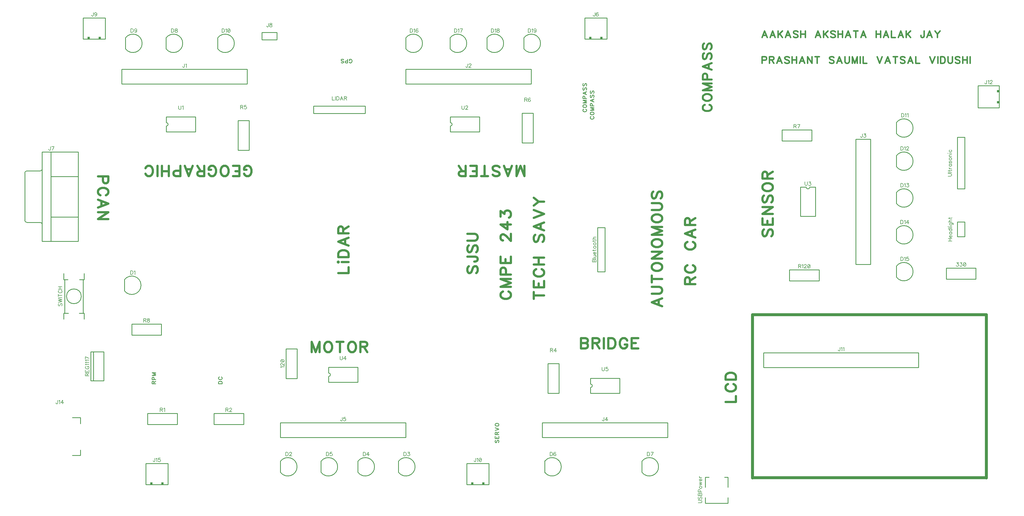
<source format=gbr>
G04 DipTrace 3.3.1.3*
G04 TopSilk.gbr*
%MOIN*%
G04 #@! TF.FileFunction,Legend,Top*
G04 #@! TF.Part,Single*
%ADD10C,0.009843*%
%ADD13C,0.03937*%
%ADD92C,0.00772*%
%ADD93C,0.030621*%
%ADD94C,0.010936*%
%ADD95C,0.026247*%
%ADD96C,0.019685*%
%FSLAX26Y26*%
G04*
G70*
G90*
G75*
G01*
G04 TopSilk*
%LPD*%
X3849016Y2519228D2*
D10*
Y2118568D1*
X3699016D2*
X3849016D1*
X3699016Y2519228D2*
Y2118568D1*
Y2519228D2*
X3849016D1*
X12648686Y3618898D2*
X13049346D1*
Y3468898D2*
Y3618898D1*
X12648686Y3468898D2*
X13049346D1*
X12648686D2*
Y3618898D1*
X8024017Y4168870D2*
X7924016D1*
Y3568925D1*
X8024017D1*
Y4168870D1*
X1509062Y3308920D2*
Y3458796D1*
X1509287Y3308621D2*
G03X1509287Y3459096I99796J75238D01*
G01*
X3624022Y843960D2*
Y993835D1*
X3624247Y843660D2*
G03X3624247Y994135I99796J75238D01*
G01*
X5224022Y843960D2*
Y993835D1*
X5224247Y843660D2*
G03X5224247Y994135I99796J75238D01*
G01*
X4674022Y843960D2*
Y993835D1*
X4674247Y843660D2*
G03X4674247Y994135I99796J75238D01*
G01*
X4174022Y843960D2*
Y993835D1*
X4174247Y843660D2*
G03X4174247Y994135I99796J75238D01*
G01*
X7205518Y843960D2*
Y993835D1*
X7205743Y843660D2*
G03X7205743Y994135I99796J75238D01*
G01*
X8524022Y843960D2*
Y993835D1*
X8524247Y843660D2*
G03X8524247Y994135I99796J75238D01*
G01*
X2074022Y6593960D2*
Y6743835D1*
X2074247Y6593660D2*
G03X2074247Y6744135I99796J75238D01*
G01*
X1524022Y6593960D2*
Y6743835D1*
X1524247Y6593660D2*
G03X1524247Y6744135I99796J75238D01*
G01*
X2774022Y6593960D2*
Y6743835D1*
X2774247Y6593660D2*
G03X2774247Y6744135I99796J75238D01*
G01*
X11974022Y5443960D2*
Y5593835D1*
X11974247Y5443660D2*
G03X11974247Y5594135I99796J75238D01*
G01*
X11974022Y4993960D2*
Y5143835D1*
X11974247Y4993660D2*
G03X11974247Y5144135I99796J75238D01*
G01*
X11974022Y4493960D2*
Y4643835D1*
X11974247Y4493660D2*
G03X11974247Y4644135I99796J75238D01*
G01*
X11974022Y3993960D2*
Y4143835D1*
X11974247Y3993660D2*
G03X11974247Y4144135I99796J75238D01*
G01*
X11974022Y3493960D2*
Y3643835D1*
X11974247Y3493660D2*
G03X11974247Y3644135I99796J75238D01*
G01*
X5324022Y6593960D2*
Y6743835D1*
X5324247Y6593660D2*
G03X5324247Y6744135I99796J75238D01*
G01*
X5924022Y6593960D2*
Y6743835D1*
X5924247Y6593660D2*
G03X5924247Y6744135I99796J75238D01*
G01*
X6424022Y6593960D2*
Y6743835D1*
X6424247Y6593660D2*
G03X6424247Y6744135I99796J75238D01*
G01*
X6924022Y6593960D2*
Y6743835D1*
X6924247Y6593660D2*
G03X6924247Y6744135I99796J75238D01*
G01*
X12799011Y4043886D2*
X12899016D1*
Y4243910D1*
X12799011D1*
Y4043886D1*
X3174016Y6118898D2*
X1474016D1*
Y6318898D1*
X3174016D1*
Y6118898D1*
X7024016D2*
X5324016D1*
Y6318898D1*
X7024016D1*
Y6118898D1*
X11424016Y3668898D2*
X11624016D1*
Y5368898D1*
X11424016D1*
Y3668898D1*
X7174016Y1518898D2*
X8874016D1*
Y1318898D1*
X7174016D1*
Y1518898D1*
X3624016D2*
X5324016D1*
Y1318898D1*
X3624016D1*
Y1518898D1*
X7749213Y6727156D2*
X8048819D1*
Y7014567D1*
X7749213D1*
Y6727156D1*
G36*
X7808235Y6755674D2*
X7839754D1*
Y6724165D1*
X7808235D1*
Y6755674D1*
G37*
G36*
X7958278D2*
X7989766D1*
Y6724165D1*
X7958278D1*
Y6755674D1*
G37*
X185356Y4936236D2*
D10*
G03X157825Y4908346I568J-28095D01*
G01*
X366483Y4936236D2*
G03X394015Y4962913I1443J26056D01*
G01*
X157825Y4265669D2*
G03X185356Y4237780I28100J205D01*
G01*
X394015Y4211102D2*
G03X366483Y4237780I-26088J621D01*
G01*
Y4936236D2*
X185356D1*
X366483Y4237780D2*
X185356D1*
X882334Y4311748D2*
X512110D1*
X394015Y3980709D2*
Y5193307D1*
X882334Y4862268D2*
X512110D1*
X882334Y3980709D2*
Y5193307D1*
X157825Y4265669D2*
Y4908346D1*
X882334Y3980709D2*
X394015D1*
X882334Y5193307D2*
X394015D1*
X512110Y3980709D2*
Y5193307D1*
X3374004Y6818903D2*
X3574028D1*
Y6718898D1*
X3374004D1*
Y6818903D1*
X949213Y6727156D2*
X1248819D1*
Y7014567D1*
X949213D1*
Y6727156D1*
G36*
X1008235Y6755674D2*
X1039754D1*
Y6724165D1*
X1008235D1*
Y6755674D1*
G37*
G36*
X1158278D2*
X1189766D1*
Y6724165D1*
X1158278D1*
Y6755674D1*
G37*
X6149213Y677156D2*
D10*
X6448819D1*
Y964567D1*
X6149213D1*
Y677156D1*
G36*
X6208235Y705674D2*
X6239754D1*
Y674165D1*
X6208235D1*
Y705674D1*
G37*
G36*
X6358278D2*
X6389766D1*
Y674165D1*
X6358278D1*
Y705674D1*
G37*
X10174016Y2468898D2*
D10*
X12274016D1*
Y2268898D1*
X10174016D1*
Y2468898D1*
X13365757Y5794094D2*
Y6093701D1*
X13078346D1*
Y5794094D1*
X13365757D1*
G36*
X13337239Y5853117D2*
X13368748D1*
Y5884636D1*
X13337239D1*
Y5853117D1*
G37*
G36*
Y6003160D2*
X13368748D1*
Y6034648D1*
X13337239D1*
Y6003160D1*
G37*
X802146Y1588957D2*
D10*
X913385D1*
Y1502747D1*
X802146Y1073209D2*
X913385D1*
Y1146046D1*
X1799213Y677156D2*
X2098819D1*
Y964567D1*
X1799213D1*
Y677156D1*
G36*
X1858235Y705674D2*
X1889754D1*
Y674165D1*
X1858235D1*
Y705674D1*
G37*
G36*
X2008278D2*
X2039766D1*
Y674165D1*
X2008278D1*
Y705674D1*
G37*
X4074015Y5818899D2*
D10*
X4774017D1*
Y5718898D1*
X4074015D1*
Y5818899D1*
X2224346Y1493898D2*
X1823686D1*
Y1643898D2*
Y1493898D1*
X2224346Y1643898D2*
X1823686D1*
X2224346D2*
Y1493898D1*
X2723686Y1643898D2*
X3124346D1*
Y1493898D2*
Y1643898D1*
X2723686Y1493898D2*
X3124346D1*
X2723686D2*
Y1643898D1*
X7249016Y1918568D2*
Y2319228D1*
X7399016D2*
X7249016D1*
X7399016Y1918568D2*
Y2319228D1*
Y1918568D2*
X7249016D1*
X3199016Y5619228D2*
Y5218568D1*
X3049016D2*
X3199016D1*
X3049016Y5619228D2*
Y5218568D1*
Y5619228D2*
X3199016D1*
X6899016Y5318568D2*
Y5719228D1*
X7049016D2*
X6899016D1*
X7049016Y5318568D2*
Y5719228D1*
Y5318568D2*
X6899016D1*
X10423686Y5493898D2*
X10824346D1*
Y5343898D2*
Y5493898D1*
X10423686Y5343898D2*
X10824346D1*
X10423686D2*
Y5493898D1*
X1608725Y2858858D2*
X2009385D1*
Y2708858D2*
Y2858858D1*
X1608725Y2708858D2*
X2009385D1*
X1608725D2*
Y2858858D1*
X10924346Y3443898D2*
X10523686D1*
Y3593898D2*
Y3443898D1*
X10924346Y3593898D2*
X10523686D1*
X10924346D2*
Y3443898D1*
X1052756Y2087008D2*
X1229921D1*
Y2480709D1*
X1052756D1*
Y2087008D1*
X1088189D2*
Y2480709D1*
X949024Y3008895D2*
X949988Y3458247D1*
X699008Y3458822D2*
Y3008895D1*
X749220Y3005518D2*
X686220D1*
Y3462199D2*
Y3544899D1*
X894870Y3005518D2*
X961811D1*
Y3544899D2*
Y3462199D1*
X898811D2*
X961811D1*
X686220Y3005518D2*
Y2922818D1*
X961811Y3005518D2*
Y2922818D1*
X741339Y3462199D2*
X687213D1*
X724004Y3233858D2*
G02X724004Y3233858I100012J0D01*
G01*
X2077165Y5671264D2*
X2470866D1*
Y5466531D2*
Y5671264D1*
X2077165Y5466531D2*
X2470866D1*
X2077165D2*
Y5545272D1*
Y5671264D2*
Y5592523D1*
Y5545272D2*
G03X2077165Y5592523I-4J23626D01*
G01*
X5927165Y5671264D2*
X6320866D1*
Y5466531D2*
Y5671264D1*
X5927165Y5466531D2*
X6320866D1*
X5927165D2*
Y5545272D1*
Y5671264D2*
Y5592523D1*
Y5545272D2*
G03X5927165Y5592523I-4J23626D01*
G01*
X10876382Y4715748D2*
Y4322047D1*
X10671649D2*
X10876382D1*
X10671649Y4715748D2*
Y4322047D1*
Y4715748D2*
X10750390D1*
X10876382D2*
X10797642D1*
X10750390D2*
G03X10797642Y4715748I23626J4D01*
G01*
X4277165Y2271264D2*
X4670866D1*
Y2066531D2*
Y2271264D1*
X4277165Y2066531D2*
X4670866D1*
X4277165D2*
Y2145272D1*
Y2271264D2*
Y2192523D1*
Y2145272D2*
G03X4277165Y2192523I-4J23626D01*
G01*
X7827165Y2121264D2*
X8220866D1*
Y1916531D2*
Y2121264D1*
X7827165Y1916531D2*
X8220866D1*
X7827165D2*
Y1995272D1*
Y2121264D2*
Y2042523D1*
Y1995272D2*
G03X7827165Y2042523I-4J23626D01*
G01*
X12799014Y4693897D2*
X12899016D1*
Y5393899D1*
X12799014D1*
Y4693897D1*
X9383476Y422426D2*
X9690539D1*
X9383476Y639778D2*
Y776787D1*
X9690539Y639778D2*
Y776787D1*
X9383476Y422426D2*
Y500412D1*
X9690539Y422426D2*
Y500412D1*
X9383476Y776787D2*
X9432693D1*
X9641323D2*
X9690539D1*
X10024016Y768898D2*
D13*
Y2985433D1*
X13193307D1*
X10024016Y770079D2*
X13193307D1*
Y768898D2*
Y2985433D1*
X3635410Y2263968D2*
D92*
X3632978Y2268777D1*
X3625848Y2275962D1*
X3676033D1*
X3637786Y2293833D2*
X3635410D1*
X3630601Y2296210D1*
X3628225Y2298586D1*
X3625848Y2303395D1*
Y2312956D1*
X3628225Y2317709D1*
X3630601Y2320086D1*
X3635410Y2322518D1*
X3640163D1*
X3644971Y2320086D1*
X3652101Y2315333D1*
X3676033Y2291401D1*
Y2324894D1*
X3625848Y2354704D2*
X3628225Y2347519D1*
X3635410Y2342710D1*
X3647348Y2340334D1*
X3654533D1*
X3666471Y2342710D1*
X3673656Y2347519D1*
X3676033Y2354704D1*
Y2359457D1*
X3673656Y2366642D1*
X3666471Y2371395D1*
X3654533Y2373827D1*
X3647348D1*
X3635410Y2371395D1*
X3628225Y2366642D1*
X3625848Y2359457D1*
Y2354704D1*
X3635410Y2371395D2*
X3666471Y2342710D1*
X12788145Y3692065D2*
X12814398D1*
X12800083Y3672942D1*
X12807268D1*
X12812021Y3670566D1*
X12814398Y3668189D1*
X12816830Y3661004D1*
Y3656251D1*
X12814398Y3649066D1*
X12809645Y3644257D1*
X12802460Y3641881D1*
X12795275D1*
X12788145Y3644257D1*
X12785768Y3646689D1*
X12783336Y3651442D1*
X12837078Y3692065D2*
X12863331D1*
X12849016Y3672942D1*
X12856201D1*
X12860954Y3670566D1*
X12863331Y3668189D1*
X12865762Y3661004D1*
Y3656251D1*
X12863331Y3649066D1*
X12858577Y3644257D1*
X12851392Y3641881D1*
X12844207D1*
X12837078Y3644257D1*
X12834701Y3646689D1*
X12832269Y3651442D1*
X12895572Y3692065D2*
X12888387Y3689689D1*
X12883578Y3682504D1*
X12881202Y3670566D1*
Y3663381D1*
X12883578Y3651442D1*
X12888387Y3644257D1*
X12895572Y3641881D1*
X12900325D1*
X12907510Y3644257D1*
X12912263Y3651442D1*
X12914695Y3663381D1*
Y3670566D1*
X12912263Y3682504D1*
X12907510Y3689689D1*
X12900325Y3692065D1*
X12895572D1*
X12912263Y3682504D2*
X12883578Y3651442D1*
X7850793Y3699503D2*
X7901033D1*
Y3721058D1*
X7898601Y3728243D1*
X7896224Y3730620D1*
X7891471Y3732997D1*
X7884286D1*
X7879478Y3730620D1*
X7877101Y3728243D1*
X7874724Y3721058D1*
X7872293Y3728243D1*
X7869916Y3730620D1*
X7865163Y3732997D1*
X7860354D1*
X7855601Y3730620D1*
X7853169Y3728244D1*
X7850793Y3721058D1*
Y3699503D1*
X7874724D2*
Y3721058D1*
X7850793Y3748436D2*
X7901033D1*
X7867539Y3763875D2*
X7891471D1*
X7898601Y3766252D1*
X7901033Y3771060D1*
Y3778245D1*
X7898601Y3782998D1*
X7891471Y3790183D1*
X7867539D2*
X7901033D1*
X7881909Y3805623D2*
Y3834308D1*
X7877101D1*
X7872293Y3831931D1*
X7869916Y3829554D1*
X7867539Y3824746D1*
Y3817561D1*
X7869916Y3812808D1*
X7874724Y3807999D1*
X7881909Y3805623D1*
X7886663D1*
X7893848Y3807999D1*
X7898601Y3812808D1*
X7901033Y3817561D1*
Y3824746D1*
X7898601Y3829554D1*
X7893848Y3834308D1*
X7850793Y3856932D2*
X7891471D1*
X7898601Y3859308D1*
X7901033Y3864117D1*
Y3868870D1*
X7867539Y3849747D2*
Y3866493D1*
Y3896247D2*
X7869916Y3891494D1*
X7874724Y3886686D1*
X7881909Y3884309D1*
X7886663D1*
X7893848Y3886686D1*
X7898601Y3891494D1*
X7901033Y3896247D1*
Y3903433D1*
X7898601Y3908241D1*
X7893848Y3912994D1*
X7886663Y3915426D1*
X7881909D1*
X7874724Y3912994D1*
X7869916Y3908241D1*
X7867539Y3903433D1*
Y3896247D1*
Y3942803D2*
X7869916Y3938050D1*
X7874724Y3933242D1*
X7881909Y3930865D1*
X7886663D1*
X7893848Y3933242D1*
X7898601Y3938050D1*
X7901033Y3942803D1*
Y3949989D1*
X7898601Y3954797D1*
X7893848Y3959550D1*
X7886663Y3961982D1*
X7881909D1*
X7874724Y3959550D1*
X7869916Y3954797D1*
X7867539Y3949989D1*
Y3942803D1*
X7850793Y3984606D2*
X7891471D1*
X7898601Y3986983D1*
X7901033Y3991791D1*
Y3996544D1*
X7867539Y3977421D2*
Y3994168D1*
X7850793Y4011984D2*
X7901033D1*
X7877101D2*
X7869916Y4019169D1*
X7867539Y4023977D1*
Y4031162D1*
X7869916Y4035915D1*
X7877101Y4038292D1*
X7901033D1*
X1591099Y3582061D2*
Y3531821D1*
X1607845D1*
X1615030Y3534253D1*
X1619839Y3539006D1*
X1622215Y3543814D1*
X1624592Y3550944D1*
Y3562938D1*
X1622215Y3570123D1*
X1619839Y3574876D1*
X1615030Y3579684D1*
X1607845Y3582061D1*
X1591099D1*
X1640031Y3572444D2*
X1644840Y3574876D1*
X1652025Y3582006D1*
Y3531821D1*
X3695309Y1117100D2*
Y1066860D1*
X3712056D1*
X3719241Y1069292D1*
X3724050Y1074045D1*
X3726426Y1078854D1*
X3728803Y1085983D1*
Y1097977D1*
X3726426Y1105162D1*
X3724050Y1109915D1*
X3719241Y1114724D1*
X3712056Y1117100D1*
X3695309D1*
X3746674Y1105107D2*
Y1107483D1*
X3749050Y1112292D1*
X3751427Y1114668D1*
X3756235Y1117045D1*
X3765797D1*
X3770550Y1114668D1*
X3772927Y1112292D1*
X3775359Y1107483D1*
Y1102730D1*
X3772927Y1097922D1*
X3768174Y1090792D1*
X3744242Y1066860D1*
X3777735D1*
X5295309Y1117100D2*
Y1066860D1*
X5312056D1*
X5319241Y1069292D1*
X5324050Y1074045D1*
X5326426Y1078854D1*
X5328803Y1085983D1*
Y1097977D1*
X5326426Y1105162D1*
X5324050Y1109915D1*
X5319241Y1114724D1*
X5312056Y1117100D1*
X5295309D1*
X5349050Y1117045D2*
X5375303D1*
X5360989Y1097922D1*
X5368174D1*
X5372927Y1095545D1*
X5375303Y1093168D1*
X5377735Y1085983D1*
Y1081230D1*
X5375303Y1074045D1*
X5370550Y1069237D1*
X5363365Y1066860D1*
X5356180D1*
X5349050Y1069237D1*
X5346674Y1071669D1*
X5344242Y1076422D1*
X4744121Y1117100D2*
Y1066860D1*
X4760868D1*
X4768053Y1069292D1*
X4772861Y1074045D1*
X4775238Y1078854D1*
X4777614Y1085983D1*
Y1097977D1*
X4775238Y1105162D1*
X4772861Y1109915D1*
X4768053Y1114724D1*
X4760868Y1117100D1*
X4744121D1*
X4816985Y1066860D2*
Y1117045D1*
X4793054Y1083607D1*
X4828924D1*
X4245309Y1117100D2*
Y1066860D1*
X4262056D1*
X4269241Y1069292D1*
X4274050Y1074045D1*
X4276426Y1078854D1*
X4278803Y1085983D1*
Y1097977D1*
X4276426Y1105162D1*
X4274050Y1109915D1*
X4269241Y1114724D1*
X4262056Y1117100D1*
X4245309D1*
X4322927Y1117045D2*
X4299050D1*
X4296674Y1095545D1*
X4299050Y1097922D1*
X4306235Y1100354D1*
X4313365D1*
X4320550Y1097922D1*
X4325359Y1093168D1*
X4327735Y1085983D1*
Y1081230D1*
X4325359Y1074045D1*
X4320550Y1069237D1*
X4313365Y1066860D1*
X4306235D1*
X4299050Y1069237D1*
X4296674Y1071669D1*
X4294242Y1076422D1*
X7278021Y1117100D2*
Y1066860D1*
X7294768D1*
X7301953Y1069292D1*
X7306761Y1074045D1*
X7309138Y1078854D1*
X7311515Y1085983D1*
Y1097977D1*
X7309138Y1105162D1*
X7306761Y1109915D1*
X7301953Y1114724D1*
X7294768Y1117100D1*
X7278021D1*
X7355639Y1109915D2*
X7353262Y1114668D1*
X7346077Y1117045D1*
X7341324D1*
X7334139Y1114668D1*
X7329331Y1107483D1*
X7326954Y1095545D1*
Y1083607D1*
X7329331Y1074045D1*
X7334139Y1069237D1*
X7341324Y1066860D1*
X7343701D1*
X7350830Y1069237D1*
X7355639Y1074045D1*
X7358015Y1081230D1*
Y1083607D1*
X7355639Y1090792D1*
X7350830Y1095545D1*
X7343701Y1097922D1*
X7341324D1*
X7334139Y1095545D1*
X7329331Y1090792D1*
X7326954Y1083607D1*
X8595309Y1117100D2*
Y1066860D1*
X8612056D1*
X8619241Y1069292D1*
X8624050Y1074045D1*
X8626426Y1078854D1*
X8628803Y1085983D1*
Y1097977D1*
X8626426Y1105162D1*
X8624050Y1109915D1*
X8619241Y1114724D1*
X8612056Y1117100D1*
X8595309D1*
X8653804Y1066860D2*
X8677735Y1117045D1*
X8644242D1*
X2145337Y6867100D2*
Y6816860D1*
X2162084D1*
X2169269Y6819292D1*
X2174077Y6824045D1*
X2176454Y6828854D1*
X2178830Y6835983D1*
Y6847977D1*
X2176454Y6855162D1*
X2174077Y6859915D1*
X2169269Y6864724D1*
X2162084Y6867100D1*
X2145337D1*
X2206208Y6867045D2*
X2199078Y6864668D1*
X2196646Y6859915D1*
Y6855107D1*
X2199078Y6850354D1*
X2203831Y6847922D1*
X2213393Y6845545D1*
X2220578Y6843168D1*
X2225331Y6838360D1*
X2227708Y6833607D1*
Y6826422D1*
X2225331Y6821669D1*
X2222954Y6819237D1*
X2215769Y6816860D1*
X2206208D1*
X2199078Y6819237D1*
X2196646Y6821669D1*
X2194270Y6826422D1*
Y6833607D1*
X2196646Y6838360D1*
X2201455Y6843168D1*
X2208584Y6845545D1*
X2218146Y6847922D1*
X2222954Y6850354D1*
X2225331Y6855107D1*
Y6859915D1*
X2222954Y6864668D1*
X2215769Y6867045D1*
X2206208D1*
X1596498Y6867100D2*
Y6816860D1*
X1613244D1*
X1620429Y6819292D1*
X1625238Y6824045D1*
X1627614Y6828854D1*
X1629991Y6835983D1*
Y6847977D1*
X1627614Y6855162D1*
X1625238Y6859915D1*
X1620429Y6864724D1*
X1613244Y6867100D1*
X1596498D1*
X1676547Y6850354D2*
X1674115Y6843168D1*
X1669362Y6838360D1*
X1662177Y6835983D1*
X1659800D1*
X1652615Y6838360D1*
X1647862Y6843168D1*
X1645430Y6850354D1*
Y6852730D1*
X1647862Y6859915D1*
X1652615Y6864668D1*
X1659800Y6867045D1*
X1662177D1*
X1669362Y6864668D1*
X1674115Y6859915D1*
X1676547Y6850354D1*
Y6838360D1*
X1674115Y6826422D1*
X1669362Y6819237D1*
X1662177Y6816860D1*
X1657424D1*
X1650239Y6819237D1*
X1647862Y6824045D1*
X2831593Y6867100D2*
Y6816860D1*
X2848340D1*
X2855525Y6819292D1*
X2860333Y6824045D1*
X2862710Y6828854D1*
X2865086Y6835983D1*
Y6847977D1*
X2862710Y6855162D1*
X2860333Y6859915D1*
X2855525Y6864724D1*
X2848340Y6867100D1*
X2831593D1*
X2880526Y6857483D2*
X2885334Y6859915D1*
X2892519Y6867045D1*
Y6816860D1*
X2922328Y6867045D2*
X2915143Y6864668D1*
X2910335Y6857483D1*
X2907958Y6845545D1*
Y6838360D1*
X2910335Y6826422D1*
X2915143Y6819237D1*
X2922328Y6816860D1*
X2927082D1*
X2934267Y6819237D1*
X2939020Y6826422D1*
X2941452Y6838360D1*
Y6845545D1*
X2939020Y6857483D1*
X2934267Y6864668D1*
X2927082Y6867045D1*
X2922328D1*
X2939020Y6857483D2*
X2910335Y6826422D1*
X12042343Y5717100D2*
Y5666860D1*
X12059090D1*
X12066275Y5669292D1*
X12071083Y5674045D1*
X12073460Y5678854D1*
X12075836Y5685983D1*
Y5697977D1*
X12073460Y5705162D1*
X12071083Y5709915D1*
X12066275Y5714724D1*
X12059090Y5717100D1*
X12042343D1*
X12091275Y5707483D2*
X12096084Y5709915D1*
X12103269Y5717045D1*
Y5666860D1*
X12118708Y5707483D2*
X12123517Y5709915D1*
X12130702Y5717045D1*
Y5666860D1*
X12031593Y5267100D2*
Y5216860D1*
X12048340D1*
X12055525Y5219292D1*
X12060333Y5224045D1*
X12062710Y5228854D1*
X12065086Y5235983D1*
Y5247977D1*
X12062710Y5255162D1*
X12060333Y5259915D1*
X12055525Y5264724D1*
X12048340Y5267100D1*
X12031593D1*
X12080526Y5257483D2*
X12085334Y5259915D1*
X12092519Y5267045D1*
Y5216860D1*
X12110390Y5255107D2*
Y5257483D1*
X12112767Y5262292D1*
X12115143Y5264668D1*
X12119952Y5267045D1*
X12129513D1*
X12134267Y5264668D1*
X12136643Y5262292D1*
X12139075Y5257483D1*
Y5252730D1*
X12136643Y5247922D1*
X12131890Y5240792D1*
X12107958Y5216860D1*
X12141452D1*
X12031593Y4767100D2*
Y4716860D1*
X12048340D1*
X12055525Y4719292D1*
X12060333Y4724045D1*
X12062710Y4728854D1*
X12065086Y4735983D1*
Y4747977D1*
X12062710Y4755162D1*
X12060333Y4759915D1*
X12055525Y4764724D1*
X12048340Y4767100D1*
X12031593D1*
X12080526Y4757483D2*
X12085334Y4759915D1*
X12092519Y4767045D1*
Y4716860D1*
X12112767Y4767045D2*
X12139020D1*
X12124705Y4747922D1*
X12131890D1*
X12136643Y4745545D1*
X12139020Y4743168D1*
X12141452Y4735983D1*
Y4731230D1*
X12139020Y4724045D1*
X12134267Y4719237D1*
X12127082Y4716860D1*
X12119897D1*
X12112767Y4719237D1*
X12110390Y4721669D1*
X12107958Y4726422D1*
X12030405Y4267100D2*
Y4216860D1*
X12047151D1*
X12054336Y4219292D1*
X12059145Y4224045D1*
X12061521Y4228854D1*
X12063898Y4235983D1*
Y4247977D1*
X12061521Y4255162D1*
X12059145Y4259915D1*
X12054336Y4264724D1*
X12047151Y4267100D1*
X12030405D1*
X12079337Y4257483D2*
X12084146Y4259915D1*
X12091331Y4267045D1*
Y4216860D1*
X12130702D2*
Y4267045D1*
X12106770Y4233607D1*
X12142640D1*
X12031593Y3767100D2*
Y3716860D1*
X12048340D1*
X12055525Y3719292D1*
X12060333Y3724045D1*
X12062710Y3728854D1*
X12065086Y3735983D1*
Y3747977D1*
X12062710Y3755162D1*
X12060333Y3759915D1*
X12055525Y3764724D1*
X12048340Y3767100D1*
X12031593D1*
X12080526Y3757483D2*
X12085334Y3759915D1*
X12092519Y3767045D1*
Y3716860D1*
X12136643Y3767045D2*
X12112767D1*
X12110390Y3745545D1*
X12112767Y3747922D1*
X12119952Y3750354D1*
X12127082D1*
X12134267Y3747922D1*
X12139075Y3743168D1*
X12141452Y3735983D1*
Y3731230D1*
X12139075Y3724045D1*
X12134267Y3719237D1*
X12127082Y3716860D1*
X12119952D1*
X12112767Y3719237D1*
X12110390Y3721669D1*
X12107958Y3726422D1*
X5382809Y6867100D2*
Y6816860D1*
X5399556D1*
X5406741Y6819292D1*
X5411549Y6824045D1*
X5413926Y6828854D1*
X5416302Y6835983D1*
Y6847977D1*
X5413926Y6855162D1*
X5411549Y6859915D1*
X5406741Y6864724D1*
X5399556Y6867100D1*
X5382809D1*
X5431741Y6857483D2*
X5436550Y6859915D1*
X5443735Y6867045D1*
Y6816860D1*
X5487859Y6859915D2*
X5485483Y6864668D1*
X5478297Y6867045D1*
X5473544D1*
X5466359Y6864668D1*
X5461551Y6857483D1*
X5459174Y6845545D1*
Y6833607D1*
X5461551Y6824045D1*
X5466359Y6819237D1*
X5473544Y6816860D1*
X5475921D1*
X5483051Y6819237D1*
X5487859Y6824045D1*
X5490236Y6831230D1*
Y6833607D1*
X5487859Y6840792D1*
X5483051Y6845545D1*
X5475921Y6847922D1*
X5473544D1*
X5466359Y6845545D1*
X5461551Y6840792D1*
X5459174Y6833607D1*
X5981593Y6867100D2*
Y6816860D1*
X5998340D1*
X6005525Y6819292D1*
X6010333Y6824045D1*
X6012710Y6828854D1*
X6015086Y6835983D1*
Y6847977D1*
X6012710Y6855162D1*
X6010333Y6859915D1*
X6005525Y6864724D1*
X5998340Y6867100D1*
X5981593D1*
X6030526Y6857483D2*
X6035334Y6859915D1*
X6042519Y6867045D1*
Y6816860D1*
X6067520D2*
X6091452Y6867045D1*
X6057958D1*
X6481621Y6867100D2*
Y6816860D1*
X6498367D1*
X6505552Y6819292D1*
X6510361Y6824045D1*
X6512737Y6828854D1*
X6515114Y6835983D1*
Y6847977D1*
X6512737Y6855162D1*
X6510361Y6859915D1*
X6505552Y6864724D1*
X6498367Y6867100D1*
X6481621D1*
X6530553Y6857483D2*
X6535362Y6859915D1*
X6542547Y6867045D1*
Y6816860D1*
X6569924Y6867045D2*
X6562794Y6864668D1*
X6560363Y6859915D1*
Y6855107D1*
X6562794Y6850354D1*
X6567548Y6847922D1*
X6577109Y6845545D1*
X6584294Y6843168D1*
X6589047Y6838360D1*
X6591424Y6833607D1*
Y6826422D1*
X6589047Y6821669D1*
X6586671Y6819237D1*
X6579486Y6816860D1*
X6569924D1*
X6562794Y6819237D1*
X6560363Y6821669D1*
X6557986Y6826422D1*
Y6833607D1*
X6560363Y6838360D1*
X6565171Y6843168D1*
X6572301Y6845545D1*
X6581862Y6847922D1*
X6586671Y6850354D1*
X6589047Y6855107D1*
Y6859915D1*
X6586671Y6864668D1*
X6579486Y6867045D1*
X6569924D1*
X6982781Y6867100D2*
Y6816860D1*
X6999528D1*
X7006713Y6819292D1*
X7011521Y6824045D1*
X7013898Y6828854D1*
X7016275Y6835983D1*
Y6847977D1*
X7013898Y6855162D1*
X7011521Y6859915D1*
X7006713Y6864724D1*
X6999528Y6867100D1*
X6982781D1*
X7031714Y6857483D2*
X7036522Y6859915D1*
X7043707Y6867045D1*
Y6816860D1*
X7090263Y6850354D2*
X7087831Y6843168D1*
X7083078Y6838360D1*
X7075893Y6835983D1*
X7073517D1*
X7066332Y6838360D1*
X7061578Y6843168D1*
X7059147Y6850354D1*
Y6852730D1*
X7061578Y6859915D1*
X7066332Y6864668D1*
X7073517Y6867045D1*
X7075893D1*
X7083078Y6864668D1*
X7087831Y6859915D1*
X7090263Y6850354D1*
Y6838360D1*
X7087831Y6826422D1*
X7083078Y6819237D1*
X7075893Y6816860D1*
X7071140D1*
X7063955Y6819237D1*
X7061578Y6824045D1*
X12675793Y3982904D2*
X12726033D1*
X12675793Y4016398D2*
X12726033D1*
X12699724Y3982904D2*
Y4016398D1*
X12706909Y4031837D2*
Y4060522D1*
X12702101D1*
X12697293Y4058145D1*
X12694916Y4055769D1*
X12692539Y4050960D1*
Y4043775D1*
X12694916Y4039022D1*
X12699724Y4034213D1*
X12706909Y4031837D1*
X12711663D1*
X12718848Y4034213D1*
X12723601Y4039022D1*
X12726033Y4043775D1*
Y4050960D1*
X12723601Y4055769D1*
X12718848Y4060522D1*
X12692539Y4104646D2*
X12726033D1*
X12699724D2*
X12694916Y4099893D1*
X12692539Y4095084D1*
Y4087954D1*
X12694916Y4083146D1*
X12699724Y4078393D1*
X12706909Y4075961D1*
X12711663D1*
X12718848Y4078393D1*
X12723601Y4083146D1*
X12726033Y4087954D1*
Y4095084D1*
X12723601Y4099893D1*
X12718848Y4104646D1*
X12675793Y4148770D2*
X12726033D1*
X12699724D2*
X12694916Y4144017D1*
X12692539Y4139208D1*
Y4132023D1*
X12694916Y4127270D1*
X12699724Y4122462D1*
X12706909Y4120085D1*
X12711663D1*
X12718848Y4122462D1*
X12723601Y4127270D1*
X12726033Y4132023D1*
Y4139208D1*
X12723601Y4144017D1*
X12718848Y4148770D1*
X12675793Y4164209D2*
X12726033D1*
X12675793Y4179648D2*
X12678169Y4182025D1*
X12675793Y4184457D1*
X12673361Y4182025D1*
X12675793Y4179648D1*
X12692539Y4182025D2*
X12726033D1*
X12694916Y4228581D2*
X12733218D1*
X12740347Y4226204D1*
X12742779Y4223828D1*
X12745156Y4219019D1*
Y4211834D1*
X12742779Y4207081D1*
X12702101Y4228581D2*
X12697348Y4223828D1*
X12694916Y4219019D1*
Y4211834D1*
X12697348Y4207081D1*
X12702101Y4202273D1*
X12709286Y4199896D1*
X12714094D1*
X12721224Y4202273D1*
X12726033Y4207081D1*
X12728409Y4211834D1*
Y4219019D1*
X12726033Y4223828D1*
X12721224Y4228581D1*
X12675793Y4244020D2*
X12726033D1*
X12702101D2*
X12694916Y4251205D1*
X12692539Y4256014D1*
Y4263199D1*
X12694916Y4267952D1*
X12702101Y4270329D1*
X12726033D1*
X12675793Y4292953D2*
X12716471D1*
X12723601Y4295329D1*
X12726033Y4300138D1*
Y4304891D1*
X12692539Y4285768D2*
Y4302514D1*
X2322265Y6392121D2*
Y6353874D1*
X2319889Y6346689D1*
X2317457Y6344313D1*
X2312704Y6341881D1*
X2307895D1*
X2303142Y6344313D1*
X2300765Y6346689D1*
X2298334Y6353874D1*
Y6358627D1*
X2337704Y6382504D2*
X2342513Y6384936D1*
X2349698Y6392065D1*
Y6341881D1*
X6161515Y6392121D2*
Y6353874D1*
X6159139Y6346689D1*
X6156707Y6344313D1*
X6151954Y6341881D1*
X6147145D1*
X6142392Y6344313D1*
X6140015Y6346689D1*
X6137584Y6353874D1*
Y6358627D1*
X6179386Y6380127D2*
Y6382504D1*
X6181763Y6387312D1*
X6184140Y6389689D1*
X6188948Y6392065D1*
X6198510D1*
X6203263Y6389689D1*
X6205639Y6387312D1*
X6208071Y6382504D1*
Y6377751D1*
X6205639Y6372942D1*
X6200886Y6365812D1*
X6176955Y6341881D1*
X6210448D1*
X11511515Y5442121D2*
Y5403874D1*
X11509139Y5396689D1*
X11506707Y5394313D1*
X11501954Y5391881D1*
X11497145D1*
X11492392Y5394313D1*
X11490015Y5396689D1*
X11487584Y5403874D1*
Y5408627D1*
X11531763Y5442065D2*
X11558016D1*
X11543701Y5422942D1*
X11550886D1*
X11555639Y5420566D1*
X11558016Y5418189D1*
X11560448Y5411004D1*
Y5406251D1*
X11558016Y5399066D1*
X11553263Y5394257D1*
X11546078Y5391881D1*
X11538893D1*
X11531763Y5394257D1*
X11529386Y5396689D1*
X11526955Y5401442D1*
X8010327Y1592121D2*
Y1553874D1*
X8007950Y1546689D1*
X8005519Y1544313D1*
X8000765Y1541881D1*
X7995957D1*
X7991204Y1544313D1*
X7988827Y1546689D1*
X7986395Y1553874D1*
Y1558627D1*
X8049698Y1541881D2*
Y1592065D1*
X8025766Y1558627D1*
X8061636D1*
X4461515Y1592121D2*
Y1553874D1*
X4459139Y1546689D1*
X4456707Y1544313D1*
X4451954Y1541881D1*
X4447145D1*
X4442392Y1544313D1*
X4440015Y1546689D1*
X4437584Y1553874D1*
Y1558627D1*
X4505639Y1592065D2*
X4481763D1*
X4479386Y1570566D1*
X4481763Y1572942D1*
X4488948Y1575374D1*
X4496078D1*
X4503263Y1572942D1*
X4508071Y1568189D1*
X4510448Y1561004D1*
Y1556251D1*
X4508071Y1549066D1*
X4503263Y1544257D1*
X4496078Y1541881D1*
X4488948D1*
X4481763Y1544257D1*
X4479386Y1546689D1*
X4476955Y1551442D1*
X7887731Y7087790D2*
Y7049543D1*
X7885355Y7042358D1*
X7882923Y7039982D1*
X7878170Y7037550D1*
X7873361D1*
X7868608Y7039982D1*
X7866231Y7042358D1*
X7863800Y7049543D1*
Y7054297D1*
X7931855Y7080605D2*
X7929479Y7085358D1*
X7922294Y7087735D1*
X7917541D1*
X7910356Y7085358D1*
X7905547Y7078173D1*
X7903170Y7066235D1*
Y7054297D1*
X7905547Y7044735D1*
X7910356Y7039927D1*
X7917541Y7037550D1*
X7919917D1*
X7927047Y7039927D1*
X7931855Y7044735D1*
X7934232Y7051920D1*
Y7054297D1*
X7931855Y7061482D1*
X7927047Y7066235D1*
X7919917Y7068611D1*
X7917541D1*
X7910356Y7066235D1*
X7905547Y7061482D1*
X7903170Y7054297D1*
X507578Y5266530D2*
Y5228284D1*
X505202Y5221099D1*
X502770Y5218722D1*
X498017Y5216290D1*
X493208D1*
X488455Y5218722D1*
X486078Y5221099D1*
X483647Y5228284D1*
Y5233037D1*
X532579Y5216290D2*
X556511Y5266475D1*
X523018D1*
X3461543Y6942121D2*
Y6903874D1*
X3459166Y6896689D1*
X3456734Y6894313D1*
X3451981Y6891881D1*
X3447173D1*
X3442420Y6894313D1*
X3440043Y6896689D1*
X3437611Y6903874D1*
Y6908627D1*
X3488920Y6942065D2*
X3481791Y6939689D1*
X3479359Y6934936D1*
Y6930127D1*
X3481791Y6925374D1*
X3486544Y6922942D1*
X3496105Y6920566D1*
X3503290Y6918189D1*
X3508044Y6913381D1*
X3510420Y6908627D1*
Y6901442D1*
X3508044Y6896689D1*
X3505667Y6894257D1*
X3498482Y6891881D1*
X3488920D1*
X3481791Y6894257D1*
X3479359Y6896689D1*
X3476982Y6901442D1*
Y6908627D1*
X3479359Y6913381D1*
X3484167Y6918189D1*
X3491297Y6920566D1*
X3500859Y6922942D1*
X3505667Y6925374D1*
X3508044Y6930127D1*
Y6934936D1*
X3505667Y6939689D1*
X3498482Y6942065D1*
X3488920D1*
X1087704Y7087790D2*
Y7049543D1*
X1085327Y7042358D1*
X1082895Y7039982D1*
X1078142Y7037550D1*
X1073334D1*
X1068580Y7039982D1*
X1066204Y7042358D1*
X1063772Y7049543D1*
Y7054297D1*
X1134260Y7071043D2*
X1131828Y7063858D1*
X1127075Y7059050D1*
X1119890Y7056673D1*
X1117513D1*
X1110328Y7059050D1*
X1105575Y7063858D1*
X1103143Y7071043D1*
Y7073420D1*
X1105575Y7080605D1*
X1110328Y7085358D1*
X1117513Y7087735D1*
X1119890D1*
X1127075Y7085358D1*
X1131828Y7080605D1*
X1134260Y7071043D1*
Y7059050D1*
X1131828Y7047112D1*
X1127075Y7039927D1*
X1119890Y7037550D1*
X1115136D1*
X1107951Y7039927D1*
X1105575Y7044735D1*
X6272799Y1037790D2*
Y999543D1*
X6270422Y992358D1*
X6267990Y989982D1*
X6263237Y987550D1*
X6258429D1*
X6253676Y989982D1*
X6251299Y992358D1*
X6248867Y999543D1*
Y1004297D1*
X6288238Y1028173D2*
X6293047Y1030605D1*
X6300232Y1037735D1*
Y987550D1*
X6330041Y1037735D2*
X6322856Y1035358D1*
X6318048Y1028173D1*
X6315671Y1016235D1*
Y1009050D1*
X6318048Y997112D1*
X6322856Y989927D1*
X6330041Y987550D1*
X6334794D1*
X6341979Y989927D1*
X6346732Y997112D1*
X6349164Y1009050D1*
Y1016235D1*
X6346732Y1028173D1*
X6341979Y1035358D1*
X6334794Y1037735D1*
X6330041D1*
X6346732Y1028173D2*
X6318048Y997112D1*
X11208549Y2542121D2*
Y2503874D1*
X11206172Y2496689D1*
X11203740Y2494313D1*
X11198987Y2491881D1*
X11194179D1*
X11189426Y2494313D1*
X11187049Y2496689D1*
X11184617Y2503874D1*
Y2508627D1*
X11223988Y2532504D2*
X11228797Y2534936D1*
X11235982Y2542065D1*
Y2491881D1*
X11251421Y2532504D2*
X11256229Y2534936D1*
X11263414Y2542065D1*
Y2491881D1*
X13197330Y6166924D2*
Y6128677D1*
X13194954Y6121492D1*
X13192522Y6119116D1*
X13187769Y6116684D1*
X13182960D1*
X13178207Y6119116D1*
X13175831Y6121492D1*
X13173399Y6128677D1*
Y6133431D1*
X13212770Y6157307D2*
X13217578Y6159739D1*
X13224763Y6166869D1*
Y6116684D1*
X13242634Y6154930D2*
Y6157307D1*
X13245011Y6162115D1*
X13247387Y6164492D1*
X13252196Y6166869D1*
X13261758D1*
X13266511Y6164492D1*
X13268887Y6162115D1*
X13271319Y6157307D1*
Y6152554D1*
X13268887Y6147745D1*
X13264134Y6140616D1*
X13240202Y6116684D1*
X13273696D1*
X605356Y1822826D2*
Y1784580D1*
X602979Y1777395D1*
X600548Y1775018D1*
X595794Y1772586D1*
X590986D1*
X586233Y1775018D1*
X583856Y1777395D1*
X581424Y1784580D1*
Y1789333D1*
X620795Y1813209D2*
X625604Y1815641D1*
X632789Y1822771D1*
Y1772586D1*
X672160D2*
Y1822771D1*
X648228Y1789333D1*
X684098D1*
X1922799Y1037790D2*
Y999543D1*
X1920422Y992358D1*
X1917990Y989982D1*
X1913237Y987550D1*
X1908429D1*
X1903676Y989982D1*
X1901299Y992358D1*
X1898867Y999543D1*
Y1004297D1*
X1938238Y1028173D2*
X1943047Y1030605D1*
X1950232Y1037735D1*
Y987550D1*
X1994356Y1037735D2*
X1970479D1*
X1968103Y1016235D1*
X1970479Y1018611D1*
X1977664Y1021043D1*
X1984794D1*
X1991979Y1018611D1*
X1996788Y1013858D1*
X1999164Y1006673D1*
Y1001920D1*
X1996788Y994735D1*
X1991979Y989927D1*
X1984794Y987550D1*
X1977664D1*
X1970479Y989927D1*
X1968103Y992358D1*
X1965671Y997112D1*
X4326151Y5947042D2*
Y5896802D1*
X4354835D1*
X4370275Y5947042D2*
Y5896802D1*
X4385714Y5947042D2*
Y5896802D1*
X4402461D1*
X4409646Y5899234D1*
X4414454Y5903987D1*
X4416831Y5908795D1*
X4419207Y5915925D1*
Y5927919D1*
X4416831Y5935104D1*
X4414454Y5939857D1*
X4409646Y5944665D1*
X4402461Y5947042D1*
X4385714D1*
X4472948Y5896802D2*
X4453770Y5947042D1*
X4434647Y5896802D1*
X4441832Y5913549D2*
X4465763D1*
X4488388Y5923110D2*
X4509887D1*
X4517072Y5925542D1*
X4519504Y5927919D1*
X4521881Y5932672D1*
Y5937480D1*
X4519504Y5942234D1*
X4517072Y5944665D1*
X4509887Y5947042D1*
X4488388D1*
Y5896802D1*
X4505134Y5923110D2*
X4521881Y5896802D1*
X1993553Y1693189D2*
X2015053D1*
X2022238Y1695621D1*
X2024669Y1697997D1*
X2027046Y1702751D1*
Y1707559D1*
X2024669Y1712312D1*
X2022238Y1714744D1*
X2015053Y1717121D1*
X1993553D1*
Y1666881D1*
X2010299Y1693189D2*
X2027046Y1666881D1*
X2042485Y1707504D2*
X2047294Y1709936D1*
X2054479Y1717065D1*
Y1666881D1*
X2882803Y1693189D2*
X2904303D1*
X2911488Y1695621D1*
X2913920Y1697997D1*
X2916296Y1702751D1*
Y1707559D1*
X2913920Y1712312D1*
X2911488Y1714744D1*
X2904303Y1717121D1*
X2882803D1*
Y1666881D1*
X2899549Y1693189D2*
X2916296Y1666881D1*
X2934167Y1705127D2*
Y1707504D1*
X2936544Y1712312D1*
X2938920Y1714689D1*
X2943729Y1717065D1*
X2953290D1*
X2958044Y1714689D1*
X2960420Y1712312D1*
X2962852Y1707504D1*
Y1702751D1*
X2960420Y1697942D1*
X2955667Y1690812D1*
X2931735Y1666881D1*
X2965229D1*
X7281614Y2503189D2*
X7303114D1*
X7310299Y2505621D1*
X7312731Y2507997D1*
X7315108Y2512751D1*
Y2517559D1*
X7312731Y2522312D1*
X7310299Y2524744D1*
X7303114Y2527121D1*
X7281614D1*
Y2476881D1*
X7298361Y2503189D2*
X7315108Y2476881D1*
X7354479D2*
Y2527065D1*
X7330547Y2493627D1*
X7366417D1*
X3082803Y5803189D2*
X3104303D1*
X3111488Y5805621D1*
X3113920Y5807997D1*
X3116296Y5812751D1*
Y5817559D1*
X3113920Y5822312D1*
X3111488Y5824744D1*
X3104303Y5827121D1*
X3082803D1*
Y5776881D1*
X3099549Y5803189D2*
X3116296Y5776881D1*
X3160420Y5827065D2*
X3136544D1*
X3134167Y5805566D1*
X3136544Y5807942D1*
X3143729Y5810374D1*
X3150859D1*
X3158044Y5807942D1*
X3162852Y5803189D1*
X3165229Y5796004D1*
Y5791251D1*
X3162852Y5784066D1*
X3158044Y5779257D1*
X3150859Y5776881D1*
X3143729D1*
X3136544Y5779257D1*
X3134167Y5781689D1*
X3131735Y5786442D1*
X6934019Y5903189D2*
X6955519D1*
X6962704Y5905621D1*
X6965135Y5907997D1*
X6967512Y5912751D1*
Y5917559D1*
X6965135Y5922312D1*
X6962704Y5924744D1*
X6955519Y5927121D1*
X6934019D1*
Y5876881D1*
X6950765Y5903189D2*
X6967512Y5876881D1*
X7011636Y5919936D2*
X7009260Y5924689D1*
X7002075Y5927065D1*
X6997321D1*
X6990136Y5924689D1*
X6985328Y5917504D1*
X6982951Y5905566D1*
Y5893627D1*
X6985328Y5884066D1*
X6990136Y5879257D1*
X6997321Y5876881D1*
X6999698D1*
X7006828Y5879257D1*
X7011636Y5884066D1*
X7014013Y5891251D1*
Y5893627D1*
X7011636Y5900812D1*
X7006828Y5905566D1*
X6999698Y5907942D1*
X6997321D1*
X6990136Y5905566D1*
X6985328Y5900812D1*
X6982951Y5893627D1*
X10582803Y5543189D2*
X10604303D1*
X10611488Y5545621D1*
X10613920Y5547997D1*
X10616296Y5552751D1*
Y5557559D1*
X10613920Y5562312D1*
X10611488Y5564744D1*
X10604303Y5567121D1*
X10582803D1*
Y5516881D1*
X10599549Y5543189D2*
X10616296Y5516881D1*
X10641297D2*
X10665229Y5567065D1*
X10631735D1*
X1767870Y2908150D2*
X1789370D1*
X1796555Y2910581D1*
X1798987Y2912958D1*
X1801363Y2917711D1*
Y2922520D1*
X1798987Y2927273D1*
X1796555Y2929705D1*
X1789370Y2932081D1*
X1767870D1*
Y2881841D1*
X1784616Y2908150D2*
X1801363Y2881841D1*
X1828741Y2932026D2*
X1821611Y2929649D1*
X1819179Y2924896D1*
Y2920088D1*
X1821611Y2915335D1*
X1826364Y2912903D1*
X1835926Y2910526D1*
X1843111Y2908150D1*
X1847864Y2903341D1*
X1850240Y2898588D1*
Y2891403D1*
X1847864Y2886650D1*
X1845487Y2884218D1*
X1838302Y2881841D1*
X1828741D1*
X1821611Y2884218D1*
X1819179Y2886650D1*
X1816802Y2891403D1*
Y2898588D1*
X1819179Y2903341D1*
X1823987Y2908150D1*
X1831117Y2910526D1*
X1840679Y2912903D1*
X1845487Y2915335D1*
X1847864Y2920088D1*
Y2924896D1*
X1845487Y2929649D1*
X1838302Y2932026D1*
X1828741D1*
X10644620Y3643189D2*
X10666120D1*
X10673305Y3645621D1*
X10675737Y3647997D1*
X10678113Y3652751D1*
Y3657559D1*
X10675737Y3662312D1*
X10673305Y3664744D1*
X10666120Y3667121D1*
X10644620D1*
Y3616881D1*
X10661367Y3643189D2*
X10678113Y3616881D1*
X10693553Y3657504D2*
X10698361Y3659936D1*
X10705546Y3667065D1*
Y3616881D1*
X10723417Y3655127D2*
Y3657504D1*
X10725794Y3662312D1*
X10728170Y3664689D1*
X10732979Y3667065D1*
X10742541D1*
X10747294Y3664689D1*
X10749670Y3662312D1*
X10752102Y3657504D1*
Y3652751D1*
X10749670Y3647942D1*
X10744917Y3640812D1*
X10720985Y3616881D1*
X10754479D1*
X10784288Y3667065D2*
X10777103Y3664689D1*
X10772295Y3657504D1*
X10769918Y3645566D1*
Y3638381D1*
X10772295Y3626442D1*
X10777103Y3619257D1*
X10784288Y3616881D1*
X10789041D1*
X10796226Y3619257D1*
X10800980Y3626442D1*
X10803411Y3638381D1*
Y3645566D1*
X10800980Y3657504D1*
X10796226Y3664689D1*
X10789041Y3667065D1*
X10784288D1*
X10800980Y3657504D2*
X10772295Y3626442D1*
X1003465Y2152591D2*
Y2174091D1*
X1001033Y2181276D1*
X998656Y2183708D1*
X993903Y2186085D1*
X989095D1*
X984341Y2183708D1*
X981909Y2181276D1*
X979533Y2174091D1*
Y2152591D1*
X1029773D1*
X1003465Y2169338D2*
X1029773Y2186085D1*
X979533Y2232585D2*
Y2201524D1*
X1029773D1*
Y2232585D1*
X1003465Y2201524D2*
Y2220647D1*
X991471Y2283895D2*
X986718Y2281518D1*
X981909Y2276709D1*
X979533Y2271956D1*
Y2262395D1*
X981909Y2257586D1*
X986718Y2252833D1*
X991471Y2250401D1*
X998656Y2248025D1*
X1010650D1*
X1017779Y2250401D1*
X1022588Y2252833D1*
X1027341Y2257586D1*
X1029773Y2262395D1*
Y2271956D1*
X1027341Y2276709D1*
X1022588Y2281518D1*
X1017779Y2283894D1*
X1010650Y2283895D1*
Y2271956D1*
X989150Y2299334D2*
X986718Y2304142D1*
X979588Y2311327D1*
X1029773D1*
X989150Y2326766D2*
X986718Y2331575D1*
X979588Y2338760D1*
X1029773D1*
X989150Y2354199D2*
X986718Y2359008D1*
X979588Y2366193D1*
X1029773D1*
Y2391194D2*
X979588Y2415125D1*
Y2381632D1*
X620182Y3136647D2*
X615374Y3131894D1*
X612997Y3124709D1*
Y3115147D1*
X615374Y3107962D1*
X620182Y3103154D1*
X624936D1*
X629744Y3105585D1*
X632121Y3107962D1*
X634497Y3112715D1*
X639306Y3127085D1*
X641682Y3131894D1*
X644114Y3134270D1*
X648867Y3136647D1*
X656052D1*
X660806Y3131894D1*
X663237Y3124709D1*
Y3115147D1*
X660806Y3107962D1*
X656052Y3103154D1*
X612997Y3152086D2*
X663237Y3164080D1*
X612997Y3176018D1*
X663237Y3187956D1*
X612997Y3199950D1*
Y3215389D2*
X663237D1*
X612997Y3247575D2*
X663237D1*
X612997Y3230828D2*
Y3264321D1*
X624936Y3315630D2*
X620182Y3313254D1*
X615374Y3308445D1*
X612997Y3303692D1*
Y3294131D1*
X615374Y3289322D1*
X620182Y3284569D1*
X624936Y3282137D1*
X632121Y3279761D1*
X644114D1*
X651244Y3282137D1*
X656052Y3284569D1*
X660806Y3289322D1*
X663237Y3294131D1*
Y3303692D1*
X660806Y3308445D1*
X656052Y3313254D1*
X651244Y3315630D1*
X612997Y3331070D2*
X663237D1*
X612997Y3364563D2*
X663237D1*
X636929Y3331070D2*
Y3364563D1*
X2243553Y5821648D2*
Y5785778D1*
X2245929Y5778593D1*
X2250738Y5773840D1*
X2257923Y5771408D1*
X2262676D1*
X2269861Y5773840D1*
X2274669Y5778593D1*
X2277046Y5785778D1*
Y5821648D1*
X2292485Y5812031D2*
X2297294Y5814463D1*
X2304479Y5821593D1*
Y5771408D1*
X6082803Y5821648D2*
Y5785778D1*
X6085179Y5778593D1*
X6089988Y5773840D1*
X6097173Y5771408D1*
X6101926D1*
X6109111Y5773840D1*
X6113920Y5778593D1*
X6116296Y5785778D1*
Y5821648D1*
X6134167Y5809655D2*
Y5812031D1*
X6136544Y5816840D1*
X6138920Y5819216D1*
X6143729Y5821593D1*
X6153290D1*
X6158044Y5819216D1*
X6160420Y5816840D1*
X6162852Y5812031D1*
Y5807278D1*
X6160420Y5802470D1*
X6155667Y5795340D1*
X6131735Y5771408D1*
X6165229D1*
X10732803Y4788971D2*
Y4753101D1*
X10735179Y4745916D1*
X10739988Y4741163D1*
X10747173Y4738731D1*
X10751926D1*
X10759111Y4741163D1*
X10763920Y4745916D1*
X10766296Y4753101D1*
Y4788971D1*
X10786544Y4788916D2*
X10812797D1*
X10798482Y4769793D1*
X10805667D1*
X10810420Y4767416D1*
X10812797Y4765039D1*
X10815229Y4757854D1*
Y4753101D1*
X10812797Y4745916D1*
X10808044Y4741108D1*
X10800859Y4738731D1*
X10793674D1*
X10786544Y4741108D1*
X10784167Y4743540D1*
X10781735Y4748293D1*
X4431614Y2421648D2*
Y2385778D1*
X4433991Y2378593D1*
X4438800Y2373840D1*
X4445985Y2371408D1*
X4450738D1*
X4457923Y2373840D1*
X4462731Y2378593D1*
X4465108Y2385778D1*
Y2421648D1*
X4504479Y2371408D2*
Y2421593D1*
X4480547Y2388155D1*
X4516417D1*
X7982803Y2271648D2*
Y2235778D1*
X7985179Y2228593D1*
X7989988Y2223840D1*
X7997173Y2221408D1*
X8001926D1*
X8009111Y2223840D1*
X8013920Y2228593D1*
X8016296Y2235778D1*
Y2271648D1*
X8060420Y2271593D2*
X8036544D1*
X8034167Y2250093D1*
X8036544Y2252470D1*
X8043729Y2254902D1*
X8050859D1*
X8058044Y2252470D1*
X8062852Y2247717D1*
X8065229Y2240532D1*
Y2235778D1*
X8062852Y2228593D1*
X8058044Y2223785D1*
X8050859Y2221408D1*
X8043729D1*
X8036544Y2223785D1*
X8034167Y2226217D1*
X8031735Y2230970D1*
X12670871Y4865540D2*
X12706741D1*
X12713926Y4867917D1*
X12718680Y4872725D1*
X12721111Y4879910D1*
Y4884663D1*
X12718680Y4891848D1*
X12713926Y4896657D1*
X12706741Y4899033D1*
X12670871D1*
Y4914473D2*
X12721111D1*
X12670871Y4937097D2*
X12711550D1*
X12718680Y4939474D1*
X12721111Y4944282D1*
Y4949035D1*
X12687618Y4929912D2*
Y4946659D1*
Y4964474D2*
X12721111D1*
X12701988D2*
X12694803Y4966906D1*
X12689995Y4971659D1*
X12687618Y4976468D1*
Y4983653D1*
Y5027777D2*
X12721111D1*
X12694803D2*
X12689995Y5023024D1*
X12687618Y5018215D1*
Y5011086D1*
X12689995Y5006277D1*
X12694803Y5001524D1*
X12701988Y4999092D1*
X12706741D1*
X12713926Y5001524D1*
X12718680Y5006277D1*
X12721111Y5011086D1*
Y5018215D1*
X12718680Y5023024D1*
X12713926Y5027777D1*
X12694803Y5069525D2*
X12689995Y5067148D1*
X12687618Y5059963D1*
Y5052778D1*
X12689995Y5045593D1*
X12694803Y5043216D1*
X12699556Y5045593D1*
X12701988Y5050401D1*
X12704365Y5062340D1*
X12706741Y5067148D1*
X12711550Y5069525D1*
X12713926D1*
X12718680Y5067148D1*
X12721111Y5059963D1*
Y5052778D1*
X12718680Y5045593D1*
X12713926Y5043216D1*
X12687618Y5096902D2*
X12689995Y5092149D1*
X12694803Y5087340D1*
X12701988Y5084964D1*
X12706741D1*
X12713926Y5087340D1*
X12718680Y5092149D1*
X12721111Y5096902D1*
Y5104087D1*
X12718680Y5108896D1*
X12713926Y5113649D1*
X12706741Y5116081D1*
X12701988D1*
X12694803Y5113649D1*
X12689995Y5108896D1*
X12687618Y5104087D1*
Y5096902D1*
Y5131520D2*
X12721111D1*
X12697180D2*
X12689995Y5138705D1*
X12687618Y5143513D1*
Y5150643D1*
X12689995Y5155452D1*
X12697180Y5157828D1*
X12721111D1*
X12670871Y5173267D2*
X12673248Y5175644D1*
X12670871Y5178076D1*
X12668440Y5175644D1*
X12670871Y5173267D1*
X12687618Y5175644D2*
X12721111D1*
X12694803Y5222255D2*
X12689995Y5217447D1*
X12687618Y5212638D1*
Y5205509D1*
X12689995Y5200700D1*
X12694803Y5195947D1*
X12701988Y5193515D1*
X12706741D1*
X12713926Y5195947D1*
X12718680Y5200700D1*
X12721111Y5205509D1*
Y5212638D1*
X12718680Y5217447D1*
X12713926Y5222255D1*
X9286619Y429806D2*
X9322489D1*
X9329674Y432183D1*
X9334428Y436991D1*
X9336860Y444176D1*
Y448930D1*
X9334428Y456115D1*
X9329674Y460923D1*
X9322489Y463300D1*
X9286619D1*
X9293805Y512232D2*
X9288996Y507479D1*
X9286620Y500294D1*
Y490732D1*
X9288996Y483547D1*
X9293805Y478739D1*
X9298558D1*
X9303366Y481171D1*
X9305743Y483547D1*
X9308119Y488300D1*
X9312928Y502671D1*
X9315304Y507479D1*
X9317736Y509856D1*
X9322489Y512232D1*
X9329674D1*
X9334428Y507479D1*
X9336859Y500294D1*
Y490732D1*
X9334428Y483547D1*
X9329674Y478739D1*
X9286620Y527671D2*
X9336859D1*
Y549226D1*
X9334428Y556412D1*
X9332051Y558788D1*
X9327298Y561165D1*
X9320113D1*
X9315304Y558788D1*
X9312928Y556412D1*
X9310551Y549226D1*
X9308119Y556412D1*
X9305743Y558788D1*
X9300990Y561165D1*
X9296181D1*
X9291428Y558788D1*
X9288996Y556412D1*
X9286620Y549227D1*
Y527671D1*
X9310551D2*
Y549226D1*
X9312928Y576604D2*
Y598159D1*
X9310551Y605289D1*
X9308119Y607721D1*
X9303366Y610097D1*
X9296181D1*
X9291428Y607721D1*
X9288996Y605289D1*
X9286619Y598159D1*
Y576604D1*
X9336859D1*
X9303366Y637475D2*
X9305743Y632722D1*
X9310551Y627913D1*
X9317736Y625537D1*
X9322489D1*
X9329674Y627913D1*
X9334428Y632722D1*
X9336859Y637475D1*
Y644660D1*
X9334428Y649468D1*
X9329674Y654221D1*
X9322489Y656653D1*
X9317736D1*
X9310551Y654221D1*
X9305743Y649468D1*
X9303366Y644660D1*
Y637475D1*
Y672093D2*
X9336859Y681654D1*
X9303366Y691216D1*
X9336859Y700777D1*
X9303366Y710339D1*
X9317736Y725778D2*
Y754463D1*
X9312928D1*
X9308119Y752087D1*
X9305743Y749710D1*
X9303366Y744902D1*
Y737717D1*
X9305743Y732963D1*
X9310551Y728155D1*
X9317736Y725778D1*
X9322489D1*
X9329674Y728155D1*
X9334428Y732963D1*
X9336859Y737717D1*
Y744902D1*
X9334428Y749710D1*
X9329674Y754463D1*
X9303366Y769902D2*
X9336859D1*
X9317736D2*
X9310551Y772334D1*
X9305743Y777087D1*
X9303366Y781896D1*
Y789081D1*
X3127651Y4900517D2*
D93*
X3134306Y4887208D1*
X3147769Y4873744D1*
X3161078Y4867090D1*
X3187851D1*
X3201314Y4873744D1*
X3214623Y4887208D1*
X3221432Y4900517D1*
X3228087Y4920635D1*
Y4954217D1*
X3221432Y4974180D1*
X3214623Y4987644D1*
X3201314Y5000953D1*
X3187851Y5007762D1*
X3161078D1*
X3147769Y5000953D1*
X3134306Y4987644D1*
X3127651Y4974180D1*
Y4954217D1*
X3161078D1*
X2979437Y4867090D2*
X3066409D1*
Y5007762D1*
X2979437D1*
X3066409Y4934099D2*
X3012864D1*
X2877958Y4867090D2*
X2891422Y4873744D1*
X2904731Y4887208D1*
X2911540Y4900517D1*
X2918194Y4920635D1*
Y4954217D1*
X2911540Y4974180D1*
X2904731Y4987644D1*
X2891422Y5000953D1*
X2877958Y5007762D1*
X2851186D1*
X2837877Y5000953D1*
X2824413Y4987644D1*
X2817759Y4974180D1*
X2811104Y4954217D1*
Y4920635D1*
X2817759Y4900517D1*
X2824413Y4887208D1*
X2837877Y4873744D1*
X2851186Y4867090D1*
X2877958D1*
X2649426Y4900517D2*
X2656080Y4887208D1*
X2669544Y4873744D1*
X2682853Y4867090D1*
X2709626D1*
X2723089Y4873744D1*
X2736398Y4887208D1*
X2743207Y4900517D1*
X2749862Y4920635D1*
Y4954217D1*
X2743207Y4974180D1*
X2736398Y4987644D1*
X2723089Y5000953D1*
X2709626Y5007762D1*
X2682853D1*
X2669544Y5000953D1*
X2656080Y4987644D1*
X2649426Y4974180D1*
Y4954217D1*
X2682853D1*
X2588184Y4934099D2*
X2527984D1*
X2507866Y4927289D1*
X2501057Y4920635D1*
X2494402Y4907326D1*
Y4893862D1*
X2501057Y4880554D1*
X2507866Y4873744D1*
X2527984Y4867090D1*
X2588184D1*
Y5007762D1*
X2541293Y4934099D2*
X2494402Y5007762D1*
X2325915D2*
X2379615Y4867090D1*
X2433160Y5007762D1*
X2413042Y4960871D2*
X2346033D1*
X2264673Y4940753D2*
X2204318D1*
X2184355Y4934099D1*
X2177546Y4927289D1*
X2170891Y4913981D1*
Y4893862D1*
X2177546Y4880553D1*
X2184355Y4873744D1*
X2204318Y4867090D1*
X2264673D1*
Y5007762D1*
X2109649Y4867090D2*
Y5007762D1*
X2015868Y4867090D2*
Y5007762D1*
X2109649Y4934099D2*
X2015868D1*
X1954625Y4867090D2*
Y5007762D1*
X1792947Y4900517D2*
X1799602Y4887208D1*
X1813065Y4873744D1*
X1826374Y4867090D1*
X1853147D1*
X1866610Y4873744D1*
X1879919Y4887208D1*
X1886728Y4900517D1*
X1893383Y4920635D1*
Y4954217D1*
X1886728Y4974180D1*
X1879919Y4987644D1*
X1866610Y5000953D1*
X1853147Y5007762D1*
X1826374D1*
X1813065Y5000953D1*
X1799602Y4987644D1*
X1792947Y4974180D1*
X6820997Y5007762D2*
Y4867090D1*
X6874542Y5007762D1*
X6928087Y4867090D1*
Y5007762D1*
X6652509D2*
X6706209Y4867090D1*
X6759754Y5007762D1*
X6739636Y4960871D2*
X6672628D1*
X6497486Y4887208D2*
X6510795Y4873744D1*
X6530913Y4867090D1*
X6557685D1*
X6577803Y4873744D1*
X6591267Y4887208D1*
Y4900517D1*
X6584458Y4913981D1*
X6577803Y4920635D1*
X6564495Y4927289D1*
X6524258Y4940753D1*
X6510795Y4947408D1*
X6504140Y4954217D1*
X6497486Y4967526D1*
Y4987644D1*
X6510795Y5000953D1*
X6530913Y5007762D1*
X6557685D1*
X6577803Y5000953D1*
X6591267Y4987644D1*
X6389353Y4867090D2*
Y5007762D1*
X6436243Y4867090D2*
X6342462D1*
X6194248D2*
X6281220D1*
Y5007762D1*
X6194248D1*
X6281220Y4934099D2*
X6227675D1*
X6133005D2*
X6072806D1*
X6052688Y4927289D1*
X6045878Y4920635D1*
X6039224Y4907326D1*
Y4893862D1*
X6045878Y4880553D1*
X6052688Y4873744D1*
X6072806Y4867090D1*
X6133005D1*
Y5007762D1*
X6086115Y4934099D2*
X6039224Y5007762D1*
X10175003Y4145210D2*
X10161540Y4131901D1*
X10154885Y4111783D1*
Y4085011D1*
X10161540Y4064892D1*
X10175003Y4051429D1*
X10188312D1*
X10201776Y4058238D1*
X10208430Y4064892D1*
X10215085Y4078201D1*
X10228548Y4118438D1*
X10235203Y4131901D1*
X10242012Y4138556D1*
X10255321Y4145210D1*
X10275439D1*
X10288748Y4131901D1*
X10295557Y4111783D1*
Y4085011D1*
X10288748Y4064892D1*
X10275439Y4051429D1*
X10154885Y4293425D2*
Y4206452D1*
X10295557D1*
Y4293425D1*
X10221894Y4206452D2*
Y4259998D1*
X10154885Y4448448D2*
X10295557D1*
X10154885Y4354667D1*
X10295557D1*
X10175003Y4603472D2*
X10161540Y4590163D1*
X10154885Y4570045D1*
Y4543272D1*
X10161540Y4523154D1*
X10175003Y4509691D1*
X10188312D1*
X10201776Y4516500D1*
X10208430Y4523154D1*
X10215085Y4536463D1*
X10228548Y4576699D1*
X10235203Y4590163D1*
X10242012Y4596817D1*
X10255321Y4603472D1*
X10275439D1*
X10288748Y4590163D1*
X10295557Y4570045D1*
Y4543272D1*
X10288748Y4523154D1*
X10275439Y4509691D1*
X10154885Y4704950D2*
X10161540Y4691487D1*
X10175003Y4678178D1*
X10188312Y4671369D1*
X10208430Y4664714D1*
X10242012D1*
X10261975Y4671369D1*
X10275439Y4678178D1*
X10288748Y4691487D1*
X10295557Y4704950D1*
Y4731723D1*
X10288748Y4745032D1*
X10275439Y4758496D1*
X10261975Y4765150D1*
X10242012Y4771804D1*
X10208430Y4771805D1*
X10188312Y4765150D1*
X10175003Y4758496D1*
X10161540Y4745032D1*
X10154885Y4731723D1*
Y4704950D1*
X10221894Y4833047D2*
Y4893246D1*
X10215085Y4913365D1*
X10208430Y4920174D1*
X10195121Y4926828D1*
X10181658D1*
X10168349Y4920174D1*
X10161540Y4913365D1*
X10154885Y4893246D1*
Y4833047D1*
X10295557D1*
X10221894Y4879938D2*
X10295557Y4926828D1*
X7695956Y2667898D2*
Y2527226D1*
X7756311D1*
X7776429Y2534036D1*
X7783083Y2540690D1*
X7789738Y2553999D1*
Y2574117D1*
X7783083Y2587581D1*
X7776429Y2594235D1*
X7756311Y2600890D1*
X7776429Y2607699D1*
X7783083Y2614353D1*
X7789738Y2627662D1*
Y2641126D1*
X7783083Y2654435D1*
X7776429Y2661244D1*
X7756311Y2667898D1*
X7695956D1*
Y2600890D2*
X7756311D1*
X7850980D2*
X7911180D1*
X7931298Y2607699D1*
X7938107Y2614353D1*
X7944761Y2627662D1*
Y2641126D1*
X7938107Y2654435D1*
X7931298Y2661244D1*
X7911180Y2667898D1*
X7850980D1*
Y2527226D1*
X7897871Y2600890D2*
X7944761Y2527226D1*
X8006004Y2667898D2*
Y2527226D1*
X8067246Y2667898D2*
Y2527226D1*
X8114137D1*
X8134255Y2534036D1*
X8147718Y2547344D1*
X8154373Y2560808D1*
X8161027Y2580771D1*
Y2614353D1*
X8154373Y2634471D1*
X8147718Y2647780D1*
X8134255Y2661244D1*
X8114137Y2667898D1*
X8067246D1*
X8322705Y2634471D2*
X8316051Y2647780D1*
X8302587Y2661244D1*
X8289278Y2667898D1*
X8262506D1*
X8249042Y2661244D1*
X8235733Y2647780D1*
X8228924Y2634471D1*
X8222270Y2614353D1*
Y2580771D1*
X8228924Y2560808D1*
X8235733Y2547344D1*
X8249042Y2534036D1*
X8262506Y2527226D1*
X8289278D1*
X8302587Y2534036D1*
X8316051Y2547344D1*
X8322705Y2560808D1*
Y2580771D1*
X8289278D1*
X8470920Y2667898D2*
X8383948D1*
Y2527226D1*
X8470920D1*
X8383948Y2600890D2*
X8437493D1*
X4153047Y2477226D2*
Y2617898D1*
X4099501Y2477226D1*
X4045956Y2617898D1*
Y2477226D1*
X4254525Y2617898D2*
X4241061Y2611244D1*
X4227753Y2597780D1*
X4220943Y2584471D1*
X4214289Y2564353D1*
Y2530771D1*
X4220943Y2510808D1*
X4227753Y2497344D1*
X4241061Y2484036D1*
X4254525Y2477226D1*
X4281298D1*
X4294607Y2484036D1*
X4308070Y2497344D1*
X4314725Y2510808D1*
X4321379Y2530771D1*
Y2564353D1*
X4314725Y2584471D1*
X4308070Y2597780D1*
X4294607Y2611244D1*
X4281298Y2617898D1*
X4254525D1*
X4429512D2*
Y2477226D1*
X4382621Y2617898D2*
X4476403D1*
X4577881D2*
X4564418Y2611244D1*
X4551109Y2597780D1*
X4544300Y2584471D1*
X4537645Y2564353D1*
Y2530771D1*
X4544300Y2510808D1*
X4551109Y2497344D1*
X4564418Y2484036D1*
X4577881Y2477226D1*
X4604654D1*
X4617963Y2484036D1*
X4631426Y2497344D1*
X4638081Y2510808D1*
X4644735Y2530771D1*
Y2564353D1*
X4638081Y2584471D1*
X4631426Y2597780D1*
X4617963Y2611244D1*
X4604654Y2617898D1*
X4577881D1*
X4705978Y2550890D2*
X4766177D1*
X4786295Y2557699D1*
X4793105Y2564353D1*
X4799759Y2577662D1*
Y2591126D1*
X4793105Y2604435D1*
X4786295Y2611244D1*
X4766177Y2617898D1*
X4705978D1*
Y2477226D1*
X4752868Y2550890D2*
X4799759Y2477226D1*
X9654667Y1801648D2*
X9795339D1*
Y1881966D1*
X9688094Y2043644D2*
X9674785Y2036989D1*
X9661322Y2023526D1*
X9654667Y2010217D1*
Y1983444D1*
X9661322Y1969981D1*
X9674785Y1956672D1*
X9688094Y1949862D1*
X9708212Y1943208D1*
X9741794D1*
X9761758Y1949862D1*
X9775221Y1956672D1*
X9788530Y1969980D1*
X9795339Y1983444D1*
Y2010217D1*
X9788530Y2023526D1*
X9775221Y2036989D1*
X9761758Y2043644D1*
X9654667Y2104886D2*
X9795339D1*
Y2151777D1*
X9788530Y2171895D1*
X9775221Y2185358D1*
X9761758Y2192013D1*
X9741794Y2198667D1*
X9708212D1*
X9688094Y2192013D1*
X9674785Y2185358D1*
X9661322Y2171895D1*
X9654667Y2151777D1*
Y2104886D1*
X7733403Y5777456D2*
D94*
X7728650Y5775080D1*
X7723841Y5770271D1*
X7721465Y5765518D1*
Y5755956D1*
X7723841Y5751148D1*
X7728650Y5746395D1*
X7733403Y5743963D1*
X7740588Y5741586D1*
X7752581D1*
X7759711Y5743963D1*
X7764520Y5746395D1*
X7769273Y5751148D1*
X7771705Y5755956D1*
Y5765518D1*
X7769273Y5770271D1*
X7764520Y5775080D1*
X7759711Y5777456D1*
X7721465Y5813699D2*
X7723841Y5808890D1*
X7728650Y5804137D1*
X7733403Y5801705D1*
X7740588Y5799328D1*
X7752581D1*
X7759711Y5801705D1*
X7764520Y5804137D1*
X7769273Y5808890D1*
X7771705Y5813698D1*
Y5823260D1*
X7769273Y5828013D1*
X7764520Y5832822D1*
X7759711Y5835198D1*
X7752581Y5837575D1*
X7740588D1*
X7733403Y5835198D1*
X7728650Y5832822D1*
X7723841Y5828013D1*
X7721465Y5823260D1*
Y5813699D1*
X7771705Y5897694D2*
X7721465D1*
X7771705Y5878570D1*
X7721465Y5859447D1*
X7771705D1*
X7747773Y5919566D2*
Y5941121D1*
X7745396Y5948251D1*
X7742964Y5950683D1*
X7738211Y5953059D1*
X7731026D1*
X7726273Y5950683D1*
X7723841Y5948251D1*
X7721465Y5941121D1*
Y5919566D1*
X7771705D1*
Y6013233D2*
X7721465Y5994055D1*
X7771705Y5974932D1*
X7754958Y5982117D2*
Y6006048D1*
X7728650Y6068599D2*
X7723841Y6063846D1*
X7721465Y6056661D1*
Y6047099D1*
X7723841Y6039914D1*
X7728650Y6035106D1*
X7733403D1*
X7738211Y6037537D1*
X7740588Y6039914D1*
X7742964Y6044667D1*
X7747773Y6059037D1*
X7750149Y6063846D1*
X7752581Y6066222D1*
X7757335Y6068599D1*
X7764520D1*
X7769273Y6063846D1*
X7771705Y6056661D1*
Y6047099D1*
X7769273Y6039914D1*
X7764520Y6035106D1*
X7728650Y6123965D2*
X7723841Y6119211D1*
X7721465Y6112026D1*
Y6102465D1*
X7723841Y6095280D1*
X7728650Y6090471D1*
X7733403D1*
X7738211Y6092903D1*
X7740588Y6095280D1*
X7742964Y6100033D1*
X7747773Y6114403D1*
X7750149Y6119211D1*
X7752581Y6121588D1*
X7757335Y6123965D1*
X7764520D1*
X7769273Y6119211D1*
X7771705Y6112026D1*
Y6102465D1*
X7769273Y6095280D1*
X7764520Y6090471D1*
X4554915Y6416583D2*
X4557292Y6411829D1*
X4562100Y6407021D1*
X4566853Y6404644D1*
X4576415D1*
X4581223Y6407021D1*
X4585977Y6411829D1*
X4588408Y6416583D1*
X4590785Y6423768D1*
Y6435761D1*
X4588408Y6442891D1*
X4585977Y6447699D1*
X4581223Y6452453D1*
X4576415Y6454884D1*
X4566853D1*
X4562100Y6452453D1*
X4557292Y6447699D1*
X4554915Y6442891D1*
Y6435761D1*
X4566853D1*
X4533043Y6430953D2*
X4511488D1*
X4504358Y6428576D1*
X4501926Y6426144D1*
X4499550Y6421391D1*
Y6414206D1*
X4501926Y6409453D1*
X4504358Y6407021D1*
X4511488Y6404644D1*
X4533043D1*
Y6454884D1*
X4444184Y6411829D2*
X4448937Y6407021D1*
X4456122Y6404644D1*
X4465684D1*
X4472869Y6407021D1*
X4477677Y6411829D1*
Y6416583D1*
X4475246Y6421391D1*
X4472869Y6423768D1*
X4468116Y6426144D1*
X4453746Y6430953D1*
X4448937Y6433329D1*
X4446561Y6435761D1*
X4444184Y6440514D1*
Y6447699D1*
X4448937Y6452453D1*
X4456122Y6454884D1*
X4465684D1*
X4472869Y6452453D1*
X4477677Y6447699D1*
X7833403Y5677456D2*
X7828650Y5675080D1*
X7823841Y5670271D1*
X7821465Y5665518D1*
Y5655956D1*
X7823841Y5651148D1*
X7828650Y5646395D1*
X7833403Y5643963D1*
X7840588Y5641586D1*
X7852581D1*
X7859711Y5643963D1*
X7864520Y5646395D1*
X7869273Y5651148D1*
X7871705Y5655956D1*
Y5665518D1*
X7869273Y5670271D1*
X7864520Y5675080D1*
X7859711Y5677456D1*
X7821465Y5713699D2*
X7823841Y5708890D1*
X7828650Y5704137D1*
X7833403Y5701705D1*
X7840588Y5699328D1*
X7852581D1*
X7859711Y5701705D1*
X7864520Y5704137D1*
X7869273Y5708890D1*
X7871705Y5713698D1*
Y5723260D1*
X7869273Y5728013D1*
X7864520Y5732822D1*
X7859711Y5735198D1*
X7852581Y5737575D1*
X7840588D1*
X7833403Y5735198D1*
X7828650Y5732822D1*
X7823841Y5728013D1*
X7821465Y5723260D1*
Y5713699D1*
X7871705Y5797694D2*
X7821465D1*
X7871705Y5778570D1*
X7821465Y5759447D1*
X7871705D1*
X7847773Y5819566D2*
Y5841121D1*
X7845396Y5848251D1*
X7842964Y5850683D1*
X7838211Y5853059D1*
X7831026D1*
X7826273Y5850683D1*
X7823841Y5848251D1*
X7821465Y5841121D1*
Y5819566D1*
X7871705D1*
Y5913233D2*
X7821465Y5894055D1*
X7871705Y5874932D1*
X7854958Y5882117D2*
Y5906048D1*
X7828650Y5968599D2*
X7823841Y5963846D1*
X7821465Y5956661D1*
Y5947099D1*
X7823841Y5939914D1*
X7828650Y5935106D1*
X7833403D1*
X7838211Y5937537D1*
X7840588Y5939914D1*
X7842964Y5944667D1*
X7847773Y5959037D1*
X7850149Y5963846D1*
X7852581Y5966222D1*
X7857335Y5968599D1*
X7864520D1*
X7869273Y5963846D1*
X7871705Y5956661D1*
Y5947099D1*
X7869273Y5939914D1*
X7864520Y5935106D1*
X7828650Y6023965D2*
X7823841Y6019211D1*
X7821465Y6012026D1*
Y6002465D1*
X7823841Y5995280D1*
X7828650Y5990471D1*
X7833403D1*
X7838211Y5992903D1*
X7840588Y5995280D1*
X7842964Y6000033D1*
X7847773Y6014403D1*
X7850149Y6019211D1*
X7852581Y6021588D1*
X7857335Y6023965D1*
X7864520D1*
X7869273Y6019211D1*
X7871705Y6012026D1*
Y6002465D1*
X7869273Y5995280D1*
X7864520Y5990471D1*
X1906402Y2048698D2*
Y2070198D1*
X1903970Y2077383D1*
X1901593Y2079815D1*
X1896840Y2082191D1*
X1892032D1*
X1887278Y2079815D1*
X1884846Y2077383D1*
X1882470Y2070198D1*
Y2048698D1*
X1932710D1*
X1906402Y2065445D2*
X1932710Y2082191D1*
X1908778Y2104063D2*
Y2125618D1*
X1906402Y2132748D1*
X1903970Y2135180D1*
X1899217Y2137557D1*
X1892032D1*
X1887278Y2135180D1*
X1884846Y2132748D1*
X1882470Y2125619D1*
Y2104063D1*
X1932710D1*
Y2197675D2*
X1882470D1*
X1932710Y2178552D1*
X1882470Y2159429D1*
X1932710D1*
X2782470Y2048698D2*
X2832710D1*
Y2065444D1*
X2830278Y2072629D1*
X2825525Y2077438D1*
X2820716Y2079815D1*
X2813587Y2082191D1*
X2801593D1*
X2794408Y2079815D1*
X2789655Y2077438D1*
X2784846Y2072630D1*
X2782470Y2065445D1*
Y2048698D1*
X2794408Y2139933D2*
X2789655Y2137557D1*
X2784846Y2132748D1*
X2782470Y2127995D1*
Y2118433D1*
X2784846Y2113625D1*
X2789655Y2108872D1*
X2794408Y2106440D1*
X2801593Y2104063D1*
X2813587D1*
X2820716Y2106440D1*
X2825525Y2108872D1*
X2830278Y2113625D1*
X2832710Y2118433D1*
Y2127995D1*
X2830278Y2132748D1*
X2825525Y2137557D1*
X2820716Y2139933D1*
X6539655Y1282191D2*
X6534846Y1277438D1*
X6532470Y1270253D1*
Y1260691D1*
X6534846Y1253506D1*
X6539655Y1248698D1*
X6544408D1*
X6549217Y1251130D1*
X6551593Y1253506D1*
X6553970Y1258259D1*
X6558778Y1272630D1*
X6561155Y1277438D1*
X6563587Y1279815D1*
X6568340Y1282191D1*
X6575525D1*
X6580278Y1277438D1*
X6582710Y1270253D1*
Y1260691D1*
X6580278Y1253506D1*
X6575525Y1248698D1*
X6532470Y1335125D2*
Y1304063D1*
X6582710D1*
Y1335125D1*
X6556402Y1304063D2*
Y1323187D1*
Y1356997D2*
Y1378497D1*
X6553970Y1385682D1*
X6551593Y1388114D1*
X6546840Y1390490D1*
X6542032D1*
X6537278Y1388114D1*
X6534846Y1385682D1*
X6532470Y1378497D1*
Y1356997D1*
X6582710D1*
X6556402Y1373744D2*
X6582710Y1390490D1*
X6532470Y1412363D2*
X6582710Y1431486D1*
X6532470Y1450609D1*
Y1486852D2*
X6534846Y1482043D1*
X6539655Y1477290D1*
X6544408Y1474858D1*
X6551593Y1472481D1*
X6563587D1*
X6570716Y1474858D1*
X6575525Y1477290D1*
X6580278Y1482043D1*
X6582710Y1486852D1*
Y1496413D1*
X6580278Y1501166D1*
X6575525Y1505975D1*
X6570716Y1508351D1*
X6563587Y1510728D1*
X6551593D1*
X6544408Y1508351D1*
X6539655Y1505975D1*
X6534846Y1501166D1*
X6532470Y1496413D1*
Y1486852D1*
X6175003Y3645210D2*
D93*
X6161540Y3631901D1*
X6154885Y3611783D1*
Y3585011D1*
X6161540Y3564892D1*
X6175003Y3551429D1*
X6188312D1*
X6201776Y3558238D1*
X6208430Y3564892D1*
X6215085Y3578201D1*
X6228548Y3618438D1*
X6235203Y3631901D1*
X6242012Y3638556D1*
X6255321Y3645210D1*
X6275439D1*
X6288748Y3631901D1*
X6295557Y3611783D1*
Y3585011D1*
X6288748Y3564892D1*
X6275439Y3551429D1*
X6154885Y3773461D2*
X6261975D1*
X6282093Y3766807D1*
X6288748Y3759998D1*
X6295557Y3746689D1*
Y3733225D1*
X6288748Y3719916D1*
X6282093Y3713262D1*
X6261975Y3706452D1*
X6248666D1*
X6175003Y3928485D2*
X6161540Y3915176D1*
X6154885Y3895058D1*
Y3868285D1*
X6161540Y3848167D1*
X6175003Y3834704D1*
X6188312D1*
X6201776Y3841513D1*
X6208430Y3848167D1*
X6215085Y3861476D1*
X6228548Y3901712D1*
X6235203Y3915176D1*
X6242012Y3921830D1*
X6255321Y3928485D1*
X6275439D1*
X6288748Y3915176D1*
X6295557Y3895058D1*
Y3868285D1*
X6288748Y3848167D1*
X6275439Y3834704D1*
X6154885Y3989727D2*
X6255321D1*
X6275439Y3996382D1*
X6288748Y4009845D1*
X6295557Y4029963D1*
Y4043272D1*
X6288748Y4063390D1*
X6275439Y4076854D1*
X6255321Y4083509D1*
X6154885D1*
X6638312Y3301865D2*
X6625003Y3295210D1*
X6611540Y3281746D1*
X6604885Y3268438D1*
Y3241665D1*
X6611540Y3228201D1*
X6625003Y3214892D1*
X6638312Y3208083D1*
X6658430Y3201429D1*
X6692012D1*
X6711975Y3208083D1*
X6725439Y3214892D1*
X6738748Y3228201D1*
X6745557Y3241665D1*
Y3268438D1*
X6738748Y3281746D1*
X6725439Y3295210D1*
X6711975Y3301865D1*
X6745557Y3470197D2*
X6604885D1*
X6745557Y3416652D1*
X6604885Y3363107D1*
X6745557D1*
X6678548Y3531439D2*
Y3591794D1*
X6671894Y3611757D1*
X6665085Y3618566D1*
X6651776Y3625221D1*
X6631658D1*
X6618349Y3618566D1*
X6611540Y3611757D1*
X6604885Y3591794D1*
Y3531439D1*
X6745557D1*
X6604885Y3773435D2*
Y3686463D1*
X6745557D1*
Y3773435D1*
X6671894Y3686463D2*
Y3740008D1*
X6638467Y3995582D2*
X6631812D1*
X6618349Y4002236D1*
X6611694Y4008891D1*
X6605040Y4022355D1*
Y4049127D1*
X6611694Y4062436D1*
X6618349Y4069090D1*
X6631812Y4075900D1*
X6645121D1*
X6658585Y4069090D1*
X6678548Y4055782D1*
X6745557Y3988773D1*
Y4082554D1*
Y4210805D2*
X6605040D1*
X6698666Y4143796D1*
Y4244232D1*
X6605040Y4318938D2*
Y4392447D1*
X6658585Y4352365D1*
Y4372483D1*
X6665239Y4385792D1*
X6671894Y4392447D1*
X6692012Y4399256D1*
X6705321D1*
X6725439Y4392447D1*
X6738903Y4379138D1*
X6745557Y4359020D1*
Y4338902D1*
X6738903Y4318938D1*
X6732093Y4312284D1*
X6718785Y4305475D1*
X7054885Y3248319D2*
X7195557D1*
X7054885Y3201429D2*
Y3295210D1*
Y3443425D2*
Y3356452D1*
X7195557D1*
Y3443425D1*
X7121894Y3356452D2*
Y3409998D1*
X7088312Y3605103D2*
X7075003Y3598448D1*
X7061540Y3584985D1*
X7054885Y3571676D1*
Y3544903D1*
X7061540Y3531439D1*
X7075003Y3518131D1*
X7088312Y3511321D1*
X7108430Y3504667D1*
X7142012D1*
X7161975Y3511321D1*
X7175439Y3518131D1*
X7188748Y3531439D1*
X7195557Y3544903D1*
Y3571676D1*
X7188748Y3584985D1*
X7175439Y3598448D1*
X7161975Y3605103D1*
X7054885Y3666345D2*
X7195557D1*
X7054885Y3760126D2*
X7195557D1*
X7121894Y3666345D2*
Y3760126D1*
X7075003Y4069245D2*
X7061540Y4055936D1*
X7054885Y4035818D1*
Y4009046D1*
X7061540Y3988928D1*
X7075003Y3975464D1*
X7088312D1*
X7101776Y3982273D1*
X7108430Y3988928D1*
X7115085Y4002236D1*
X7128548Y4042473D1*
X7135203Y4055936D1*
X7142012Y4062591D1*
X7155321Y4069245D1*
X7175439D1*
X7188748Y4055936D1*
X7195557Y4035818D1*
Y4009046D1*
X7188748Y3988928D1*
X7175439Y3975464D1*
X7195557Y4237733D2*
X7054885Y4184033D1*
X7195557Y4130488D1*
X7148666Y4150606D2*
Y4217614D1*
X7054885Y4298975D2*
X7195557Y4352520D1*
X7054885Y4406065D1*
Y4467307D2*
X7121894Y4520853D1*
X7195557D1*
X7054885Y4574398D2*
X7121894Y4520853D1*
X4404885Y3551429D2*
X4545557D1*
Y3631746D1*
X4404885Y3692989D2*
X4411540Y3699643D1*
X4404885Y3706452D1*
X4398076Y3699643D1*
X4404885Y3692989D1*
X4451776Y3699643D2*
X4545557D1*
X4404885Y3767695D2*
X4545557D1*
Y3814585D1*
X4538748Y3834704D1*
X4525439Y3848167D1*
X4511975Y3854822D1*
X4492012Y3861476D1*
X4458430D1*
X4438312Y3854822D1*
X4425003Y3848167D1*
X4411540Y3834704D1*
X4404885Y3814585D1*
Y3767695D1*
X4545557Y4029963D2*
X4404885Y3976264D1*
X4545557Y3922718D1*
X4498666Y3942837D2*
Y4009845D1*
X4471894Y4091206D2*
Y4151405D1*
X4465085Y4171523D1*
X4458430Y4178333D1*
X4445121Y4184987D1*
X4431658D1*
X4418349Y4178333D1*
X4411540Y4171523D1*
X4404885Y4151405D1*
Y4091206D1*
X4545557D1*
X4471894Y4138096D2*
X4545557Y4184987D1*
X9376110Y5835329D2*
D95*
X9364702Y5829626D1*
X9353162Y5818085D1*
X9347458Y5806678D1*
Y5783730D1*
X9353162Y5772190D1*
X9364702Y5760782D1*
X9376110Y5754945D1*
X9393354Y5749242D1*
X9422139D1*
X9439250Y5754945D1*
X9450790Y5760782D1*
X9462198Y5772189D1*
X9468034Y5783730D1*
Y5806678D1*
X9462198Y5818085D1*
X9450790Y5829626D1*
X9439250Y5835329D1*
X9347458Y5922311D2*
X9353162Y5910771D1*
X9364702Y5899363D1*
X9376110Y5893527D1*
X9393354Y5887823D1*
X9422139D1*
X9439250Y5893527D1*
X9450790Y5899363D1*
X9462198Y5910771D1*
X9468034Y5922311D1*
Y5945259D1*
X9462198Y5956666D1*
X9450790Y5968207D1*
X9439250Y5973911D1*
X9422139Y5979614D1*
X9393354D1*
X9376110Y5973911D1*
X9364702Y5968207D1*
X9353162Y5956667D1*
X9347458Y5945259D1*
Y5922311D1*
X9468034Y6123899D2*
X9347458D1*
X9468034Y6078004D1*
X9347458Y6032108D1*
X9468034D1*
X9410598Y6176393D2*
Y6228125D1*
X9404894Y6245237D1*
X9399058Y6251073D1*
X9387650Y6256777D1*
X9370406D1*
X9358999Y6251073D1*
X9353162Y6245237D1*
X9347458Y6228125D1*
Y6176393D1*
X9468034D1*
Y6401195D2*
X9347458Y6355166D1*
X9468034Y6309270D1*
X9427842Y6326514D2*
Y6383951D1*
X9364702Y6534072D2*
X9353162Y6522664D1*
X9347458Y6505420D1*
Y6482472D1*
X9353162Y6465228D1*
X9364702Y6453688D1*
X9376110D1*
X9387650Y6459525D1*
X9393354Y6465228D1*
X9399058Y6476636D1*
X9410598Y6511124D1*
X9416302Y6522664D1*
X9422139Y6528368D1*
X9433546Y6534072D1*
X9450790D1*
X9462198Y6522664D1*
X9468034Y6505420D1*
Y6482472D1*
X9462198Y6465228D1*
X9450790Y6453688D1*
X9364702Y6666950D2*
X9353162Y6655542D1*
X9347458Y6638298D1*
Y6615350D1*
X9353162Y6598106D1*
X9364702Y6586566D1*
X9376110D1*
X9387650Y6592402D1*
X9393354Y6598106D1*
X9399058Y6609513D1*
X9410598Y6644002D1*
X9416302Y6655542D1*
X9422139Y6661246D1*
X9433546Y6666950D1*
X9450790D1*
X9462198Y6655542D1*
X9468034Y6638298D1*
Y6615350D1*
X9462198Y6598106D1*
X9450790Y6586566D1*
X1215624Y4863431D2*
D93*
Y4803076D1*
X1222278Y4783113D1*
X1229087Y4776304D1*
X1242396Y4769649D1*
X1262514D1*
X1275823Y4776304D1*
X1282632Y4783113D1*
X1289287Y4803076D1*
Y4863431D1*
X1148615D1*
X1255860Y4607971D2*
X1269169Y4614626D1*
X1282632Y4628089D1*
X1289287Y4641398D1*
Y4668171D1*
X1282632Y4681635D1*
X1269169Y4694943D1*
X1255860Y4701753D1*
X1235742Y4708407D1*
X1202160D1*
X1182197Y4701753D1*
X1168733Y4694944D1*
X1155424Y4681635D1*
X1148615Y4668171D1*
Y4641398D1*
X1155424Y4628089D1*
X1168733Y4614626D1*
X1182197Y4607971D1*
X1148615Y4439484D2*
X1289287Y4493184D1*
X1148615Y4546729D1*
X1195505Y4526611D2*
Y4459602D1*
X1289287Y4284460D2*
X1148615D1*
X1289287Y4378242D1*
X1148615D1*
X10221784Y6746321D2*
D96*
X10187263Y6836753D1*
X10152841Y6746321D1*
X10165774Y6776465D2*
X10208851D1*
X10330098Y6746321D2*
X10295576Y6836753D1*
X10261155Y6746321D1*
X10274088Y6776465D2*
X10317165D1*
X10369468Y6836753D2*
Y6746321D1*
X10429756Y6836753D2*
X10369468Y6776465D1*
X10390957Y6798053D2*
X10429756Y6746321D1*
X10538069D2*
X10503548Y6836753D1*
X10469126Y6746321D1*
X10482059Y6776465D2*
X10525136D1*
X10637727Y6823820D2*
X10629171Y6832475D1*
X10616238Y6836753D1*
X10599027D1*
X10586094Y6832475D1*
X10577439Y6823820D1*
Y6815264D1*
X10581817Y6806609D1*
X10586094Y6802331D1*
X10594650Y6798053D1*
X10620516Y6789398D1*
X10629171Y6785120D1*
X10633449Y6780743D1*
X10637727Y6772187D1*
Y6759254D1*
X10629171Y6750698D1*
X10616238Y6746321D1*
X10599027D1*
X10586094Y6750698D1*
X10577439Y6759254D1*
X10677097Y6836753D2*
Y6746321D1*
X10737385Y6836753D2*
Y6746321D1*
X10677097Y6793676D2*
X10737385D1*
X10944760Y6746321D2*
X10910238Y6836753D1*
X10875817Y6746321D1*
X10888750Y6776465D2*
X10931827D1*
X10984130Y6836753D2*
Y6746321D1*
X11044418Y6836753D2*
X10984130Y6776465D1*
X11005619Y6798053D2*
X11044418Y6746321D1*
X11144076Y6823820D2*
X11135520Y6832475D1*
X11122587Y6836753D1*
X11105376D1*
X11092443Y6832475D1*
X11083788Y6823820D1*
Y6815264D1*
X11088165Y6806609D1*
X11092443Y6802331D1*
X11100999Y6798053D1*
X11126865Y6789398D1*
X11135520Y6785120D1*
X11139798Y6780743D1*
X11144076Y6772187D1*
Y6759254D1*
X11135520Y6750698D1*
X11122587Y6746321D1*
X11105376D1*
X11092443Y6750698D1*
X11083788Y6759254D1*
X11183446Y6836753D2*
Y6746321D1*
X11243734Y6836753D2*
Y6746321D1*
X11183446Y6793676D2*
X11243734D1*
X11352047Y6746321D2*
X11317526Y6836753D1*
X11283104Y6746321D1*
X11296037Y6776465D2*
X11339114D1*
X11421561Y6836753D2*
Y6746321D1*
X11391417Y6836753D2*
X11451705D1*
X11560019Y6746321D2*
X11525497Y6836753D1*
X11491075Y6746321D1*
X11504009Y6776465D2*
X11547086D1*
X11698450Y6836753D2*
Y6746321D1*
X11758738Y6836753D2*
Y6746321D1*
X11698450Y6793676D2*
X11758738D1*
X11867051Y6746321D2*
X11832530Y6836753D1*
X11798108Y6746321D1*
X11811041Y6776465D2*
X11854118D1*
X11906421Y6836753D2*
Y6746321D1*
X11958054D1*
X12066367D2*
X12031846Y6836753D1*
X11997424Y6746321D1*
X12010357Y6776465D2*
X12053434D1*
X12105737Y6836753D2*
Y6746321D1*
X12166025Y6836753D2*
X12105737Y6776465D1*
X12127226Y6798053D2*
X12166025Y6746321D1*
X12347534Y6836753D2*
Y6767909D1*
X12343256Y6754976D1*
X12338879Y6750698D1*
X12330323Y6746321D1*
X12321668D1*
X12313112Y6750698D1*
X12308834Y6754976D1*
X12304457Y6767909D1*
Y6776465D1*
X12455847Y6746321D2*
X12421326Y6836753D1*
X12386904Y6746321D1*
X12399837Y6776465D2*
X12442914D1*
X12495217Y6836753D2*
X12529639Y6793676D1*
Y6746321D1*
X12564061Y6836753D2*
X12529639Y6793676D1*
X10152841Y6439398D2*
X10191640D1*
X10204474Y6443676D1*
X10208851Y6448053D1*
X10213129Y6456609D1*
Y6469542D1*
X10208851Y6478098D1*
X10204474Y6482475D1*
X10191640Y6486753D1*
X10152841D1*
Y6396321D1*
X10252499Y6443676D2*
X10291199D1*
X10304132Y6448053D1*
X10308509Y6452331D1*
X10312787Y6460887D1*
Y6469542D1*
X10308509Y6478098D1*
X10304132Y6482475D1*
X10291199Y6486753D1*
X10252499D1*
Y6396321D1*
X10282643Y6443676D2*
X10312787Y6396321D1*
X10421101D2*
X10386579Y6486753D1*
X10352157Y6396321D1*
X10365090Y6426465D2*
X10408168D1*
X10520759Y6473820D2*
X10512203Y6482475D1*
X10499270Y6486753D1*
X10482059D1*
X10469126Y6482475D1*
X10460471Y6473820D1*
Y6465264D1*
X10464848Y6456609D1*
X10469126Y6452331D1*
X10477682Y6448053D1*
X10503548Y6439398D1*
X10512203Y6435120D1*
X10516481Y6430743D1*
X10520759Y6422187D1*
Y6409254D1*
X10512203Y6400698D1*
X10499270Y6396321D1*
X10482059D1*
X10469126Y6400698D1*
X10460471Y6409254D1*
X10560129Y6486753D2*
Y6396321D1*
X10620417Y6486753D2*
Y6396321D1*
X10560129Y6443676D2*
X10620417D1*
X10728730Y6396321D2*
X10694209Y6486753D1*
X10659787Y6396321D1*
X10672720Y6426465D2*
X10715797D1*
X10828388Y6486753D2*
Y6396321D1*
X10768100Y6486753D1*
Y6396321D1*
X10897902Y6486753D2*
Y6396321D1*
X10867758Y6486753D2*
X10928046D1*
X11126765Y6473820D2*
X11118210Y6482475D1*
X11105277Y6486753D1*
X11088066D1*
X11075133Y6482475D1*
X11066477Y6473820D1*
Y6465264D1*
X11070855Y6456609D1*
X11075133Y6452331D1*
X11083688Y6448053D1*
X11109555Y6439398D1*
X11118210Y6435120D1*
X11122488Y6430743D1*
X11126765Y6422187D1*
Y6409254D1*
X11118210Y6400698D1*
X11105277Y6396321D1*
X11088066D1*
X11075133Y6400698D1*
X11066477Y6409254D1*
X11235079Y6396321D2*
X11200557Y6486753D1*
X11166136Y6396321D1*
X11179069Y6426465D2*
X11222146D1*
X11274449Y6486753D2*
Y6422187D1*
X11278727Y6409254D1*
X11287382Y6400698D1*
X11300315Y6396321D1*
X11308871D1*
X11321804Y6400698D1*
X11330459Y6409254D1*
X11334737Y6422187D1*
Y6486753D1*
X11442951Y6396321D2*
Y6486753D1*
X11408529Y6396321D1*
X11374107Y6486753D1*
Y6396321D1*
X11482321Y6486753D2*
Y6396321D1*
X11521691Y6486753D2*
Y6396321D1*
X11573324D1*
X11711755Y6486753D2*
X11746177Y6396321D1*
X11780599Y6486753D1*
X11888912Y6396321D2*
X11854391Y6486753D1*
X11819969Y6396321D1*
X11832902Y6426465D2*
X11875979D1*
X11958426Y6486753D2*
Y6396321D1*
X11928282Y6486753D2*
X11988570D1*
X12088228Y6473820D2*
X12079672Y6482475D1*
X12066739Y6486753D1*
X12049528D1*
X12036595Y6482475D1*
X12027940Y6473820D1*
Y6465264D1*
X12032317Y6456609D1*
X12036595Y6452331D1*
X12045151Y6448053D1*
X12071017Y6439398D1*
X12079672Y6435120D1*
X12083950Y6430743D1*
X12088228Y6422187D1*
Y6409254D1*
X12079672Y6400698D1*
X12066739Y6396321D1*
X12049528D1*
X12036595Y6400698D1*
X12027940Y6409254D1*
X12196541Y6396321D2*
X12162020Y6486753D1*
X12127598Y6396321D1*
X12140531Y6426465D2*
X12183608D1*
X12235911Y6486753D2*
Y6396321D1*
X12287544D1*
X12425976Y6486753D2*
X12460397Y6396321D1*
X12494819Y6486753D1*
X12534189D2*
Y6396321D1*
X12573559Y6486753D2*
Y6396321D1*
X12603703D1*
X12616636Y6400698D1*
X12625292Y6409254D1*
X12629570Y6417909D1*
X12633847Y6430743D1*
Y6452331D1*
X12629570Y6465264D1*
X12625292Y6473820D1*
X12616636Y6482475D1*
X12603703Y6486753D1*
X12573559D1*
X12673217D2*
Y6422187D1*
X12677495Y6409254D1*
X12686151Y6400698D1*
X12699084Y6396321D1*
X12707639D1*
X12720572Y6400698D1*
X12729228Y6409254D1*
X12733506Y6422187D1*
Y6486753D1*
X12833164Y6473820D2*
X12824608Y6482475D1*
X12811675Y6486753D1*
X12794464D1*
X12781531Y6482475D1*
X12772876Y6473820D1*
Y6465264D1*
X12777253Y6456609D1*
X12781531Y6452331D1*
X12790087Y6448053D1*
X12815953Y6439398D1*
X12824608Y6435120D1*
X12828886Y6430743D1*
X12833164Y6422187D1*
Y6409254D1*
X12824608Y6400698D1*
X12811675Y6396321D1*
X12794464D1*
X12781531Y6400698D1*
X12772876Y6409254D1*
X12872534Y6486753D2*
Y6396321D1*
X12932822Y6486753D2*
Y6396321D1*
X12872534Y6443676D2*
X12932822D1*
X12972192Y6486753D2*
Y6396321D1*
X8795557Y3208674D2*
D93*
X8654885Y3154974D1*
X8795557Y3101429D1*
X8748666Y3121547D2*
Y3188556D1*
X8654885Y3269916D2*
X8755321D1*
X8775439Y3276571D1*
X8788748Y3290034D1*
X8795557Y3310152D1*
Y3323461D1*
X8788748Y3343579D1*
X8775439Y3357043D1*
X8755321Y3363697D1*
X8654885D1*
Y3471830D2*
X8795557D1*
X8654885Y3424940D2*
Y3518721D1*
Y3620200D2*
X8661540Y3606736D1*
X8675003Y3593427D1*
X8688312Y3586618D1*
X8708430Y3579963D1*
X8742012D1*
X8761975Y3586618D1*
X8775439Y3593427D1*
X8788748Y3606736D1*
X8795557Y3620200D1*
Y3646972D1*
X8788748Y3660281D1*
X8775439Y3673745D1*
X8761975Y3680399D1*
X8742012Y3687054D1*
X8708430D1*
X8688312Y3680399D1*
X8675003Y3673745D1*
X8661540Y3660281D1*
X8654885Y3646972D1*
Y3620200D1*
Y3842077D2*
X8795557D1*
X8654885Y3748296D1*
X8795557D1*
X8654885Y3943556D2*
X8661540Y3930092D1*
X8675003Y3916783D1*
X8688312Y3909974D1*
X8708430Y3903320D1*
X8742012D1*
X8761975Y3909974D1*
X8775439Y3916783D1*
X8788748Y3930092D1*
X8795557Y3943556D1*
Y3970328D1*
X8788748Y3983637D1*
X8775439Y3997101D1*
X8761975Y4003756D1*
X8742012Y4010410D1*
X8708430D1*
X8688312Y4003756D1*
X8675003Y3997101D1*
X8661540Y3983637D1*
X8654885Y3970328D1*
Y3943556D1*
X8795557Y4178743D2*
X8654885D1*
X8795557Y4125197D1*
X8654885Y4071652D1*
X8795557D1*
X8654885Y4280221D2*
X8661540Y4266757D1*
X8675003Y4253449D1*
X8688312Y4246639D1*
X8708430Y4239985D1*
X8742012D1*
X8761975Y4246639D1*
X8775439Y4253449D1*
X8788748Y4266757D1*
X8795557Y4280221D1*
Y4306994D1*
X8788748Y4320303D1*
X8775439Y4333766D1*
X8761975Y4340421D1*
X8742012Y4347075D1*
X8708430D1*
X8688312Y4340421D1*
X8675003Y4333766D1*
X8661540Y4320303D1*
X8654885Y4306994D1*
Y4280221D1*
Y4408317D2*
X8755321D1*
X8775439Y4414972D1*
X8788748Y4428436D1*
X8795557Y4448554D1*
Y4461863D1*
X8788748Y4481981D1*
X8775439Y4495444D1*
X8755321Y4502099D1*
X8654885D1*
X8675003Y4657123D2*
X8661540Y4643814D1*
X8654885Y4623696D1*
Y4596923D1*
X8661540Y4576805D1*
X8675003Y4563341D1*
X8688312D1*
X8701776Y4570150D1*
X8708430Y4576805D1*
X8715085Y4590114D1*
X8728548Y4630350D1*
X8735203Y4643814D1*
X8742012Y4650468D1*
X8755321Y4657123D1*
X8775439D1*
X8788748Y4643814D1*
X8795557Y4623696D1*
Y4596923D1*
X8788748Y4576805D1*
X8775439Y4563341D1*
X9171894Y3401429D2*
Y3461628D1*
X9165085Y3481746D1*
X9158430Y3488556D1*
X9145121Y3495210D1*
X9131658D1*
X9118349Y3488556D1*
X9111540Y3481746D1*
X9104885Y3461628D1*
Y3401429D1*
X9245557D1*
X9171894Y3448319D2*
X9245557Y3495210D1*
X9138312Y3656888D2*
X9125003Y3650234D1*
X9111540Y3636770D1*
X9104885Y3623461D1*
Y3596689D1*
X9111540Y3583225D1*
X9125003Y3569916D1*
X9138312Y3563107D1*
X9158430Y3556452D1*
X9192012D1*
X9211975Y3563107D1*
X9225439Y3569916D1*
X9238748Y3583225D1*
X9245557Y3596689D1*
Y3623461D1*
X9238748Y3636770D1*
X9225439Y3650234D1*
X9211975Y3656888D1*
X9138312Y3972661D2*
X9125003Y3966007D1*
X9111540Y3952543D1*
X9104885Y3939234D1*
Y3912462D1*
X9111540Y3898998D1*
X9125003Y3885689D1*
X9138312Y3878880D1*
X9158430Y3872226D1*
X9192012D1*
X9211975Y3878880D1*
X9225439Y3885689D1*
X9238748Y3898998D1*
X9245557Y3912462D1*
Y3939234D1*
X9238748Y3952543D1*
X9225439Y3966007D1*
X9211975Y3972661D1*
X9245557Y4141149D2*
X9104885Y4087449D1*
X9245557Y4033904D1*
X9198666Y4054022D2*
Y4121031D1*
X9171894Y4202391D2*
Y4262591D1*
X9165085Y4282709D1*
X9158430Y4289518D1*
X9145121Y4296173D1*
X9131658D1*
X9118349Y4289518D1*
X9111540Y4282709D1*
X9104885Y4262591D1*
Y4202391D1*
X9245557D1*
X9171894Y4249282D2*
X9245557Y4296173D1*
M02*

</source>
